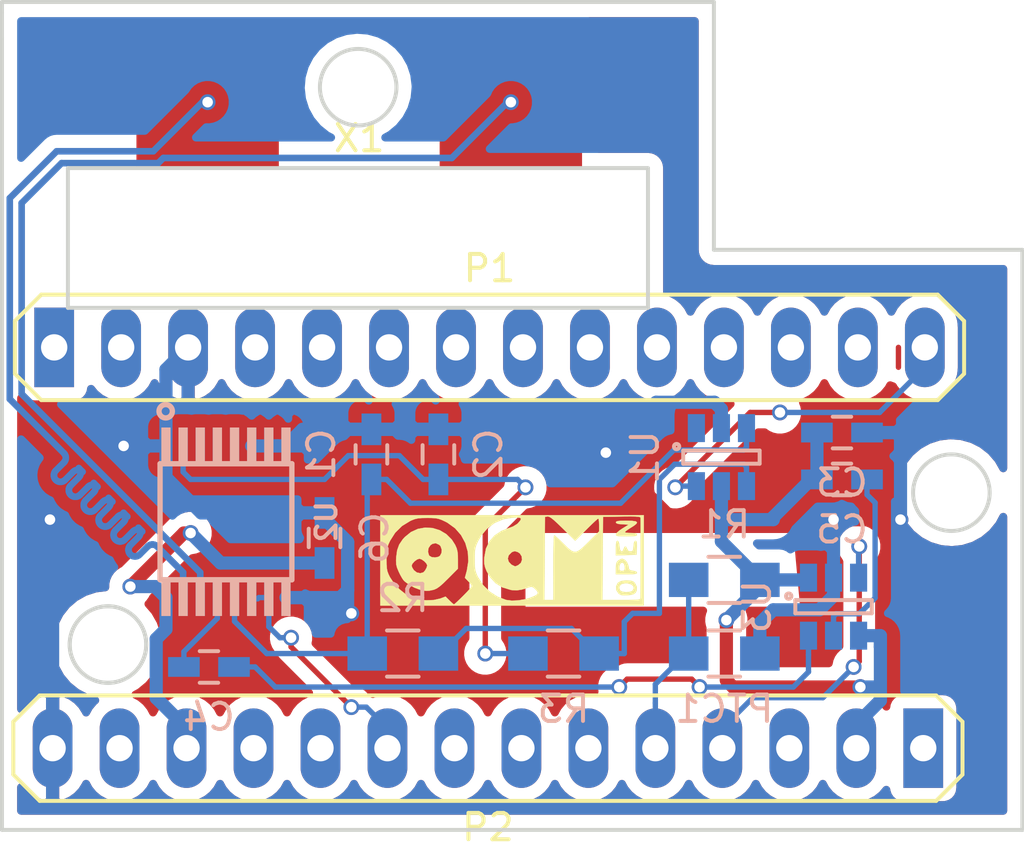
<source format=kicad_pcb>
(kicad_pcb (version 4) (host pcbnew 4.0.2-4+6225~38~ubuntu14.04.1-stable)

  (general
    (links 40)
    (no_connects 1)
    (area 132.724999 83.924999 171.575001 115.475001)
    (thickness 1.6)
    (drawings 20)
    (tracks 399)
    (zones 0)
    (modules 17)
    (nets 39)
  )

  (page A4)
  (title_block
    (title "OpenQCM Diss")
    (date 2016-03-14)
    (rev 2.1)
    (company UNER)
  )

  (layers
    (0 F.Cu signal)
    (31 B.Cu signal hide)
    (32 B.Adhes user)
    (33 F.Adhes user)
    (34 B.Paste user)
    (35 F.Paste user)
    (36 B.SilkS user)
    (37 F.SilkS user)
    (38 B.Mask user)
    (39 F.Mask user)
    (40 Dwgs.User user)
    (41 Cmts.User user hide)
    (42 Eco1.User user hide)
    (43 Eco2.User user hide)
    (44 Edge.Cuts user)
    (45 Margin user hide)
    (46 B.CrtYd user hide)
    (47 F.CrtYd user hide)
    (48 B.Fab user hide)
    (49 F.Fab user hide)
  )

  (setup
    (last_trace_width 0.2032)
    (trace_clearance 0.2)
    (zone_clearance 0.5)
    (zone_45_only yes)
    (trace_min 0.2032)
    (segment_width 0.15)
    (edge_width 0.15)
    (via_size 0.6)
    (via_drill 0.4)
    (via_min_size 0.4)
    (via_min_drill 0.3)
    (uvia_size 0.3)
    (uvia_drill 0.1)
    (uvias_allowed no)
    (uvia_min_size 0.2)
    (uvia_min_drill 0.1)
    (pcb_text_width 0.3)
    (pcb_text_size 1.5 1.5)
    (mod_edge_width 0.15)
    (mod_text_size 1 1)
    (mod_text_width 0.15)
    (pad_size 1.524 1.524)
    (pad_drill 0.762)
    (pad_to_mask_clearance 0.2)
    (aux_axis_origin 0 0)
    (visible_elements 7FFECF7F)
    (pcbplotparams
      (layerselection 0x01030_80000001)
      (usegerberextensions false)
      (excludeedgelayer true)
      (linewidth 0.100000)
      (plotframeref false)
      (viasonmask false)
      (mode 1)
      (useauxorigin false)
      (hpglpennumber 1)
      (hpglpenspeed 20)
      (hpglpendiameter 15)
      (hpglpenoverlay 2)
      (psnegative false)
      (psa4output false)
      (plotreference true)
      (plotvalue true)
      (plotinvisibletext false)
      (padsonsilk false)
      (subtractmaskfromsilk false)
      (outputformat 1)
      (mirror false)
      (drillshape 0)
      (scaleselection 1)
      (outputdirectory ""))
  )

  (net 0 "")
  (net 1 GND)
  (net 2 +3V3)
  (net 3 +5V)
  (net 4 /Arduino/FREQUENCY_IN)
  (net 5 /Arduino/PTC)
  (net 6 /Arduino/DIG_CONTROL)
  (net 7 /Arduino/ENVELOPE_IN)
  (net 8 /SWITCH_ENVELOPE/xtal_N)
  (net 9 /SWITCH_ENVELOPE/xtal_P)
  (net 10 /OSC_DRIVER/Switch_IN+)
  (net 11 /OSC_DRIVER/Switch_IN-)
  (net 12 "Net-(C4-Pad1)")
  (net 13 "Net-(C4-Pad2)")
  (net 14 "Net-(C5-Pad2)")
  (net 15 "Net-(P1-Pad5)")
  (net 16 "Net-(P1-Pad6)")
  (net 17 "Net-(P1-Pad7)")
  (net 18 "Net-(P1-Pad8)")
  (net 19 "Net-(P1-Pad9)")
  (net 20 "Net-(P1-Pad10)")
  (net 21 "Net-(P1-Pad11)")
  (net 22 "Net-(P1-Pad12)")
  (net 23 "Net-(P1-Pad13)")
  (net 24 "Net-(P1-Pad4)")
  (net 25 "Net-(P1-Pad2)")
  (net 26 "Net-(P1-Pad1)")
  (net 27 "Net-(P2-Pad6)")
  (net 28 "Net-(P2-Pad7)")
  (net 29 "Net-(P2-Pad8)")
  (net 30 "Net-(P2-Pad10)")
  (net 31 "Net-(P2-Pad11)")
  (net 32 "Net-(P2-Pad13)")
  (net 33 "Net-(P2-Pad1)")
  (net 34 "Net-(R2-Pad1)")
  (net 35 "Net-(U1-Pad1)")
  (net 36 "Net-(U2-Pad3)")
  (net 37 "Net-(U2-Pad4)")
  (net 38 "Net-(U2-Pad5)")

  (net_class Default "This is the default net class."
    (clearance 0.2)
    (trace_width 0.2032)
    (via_dia 0.6)
    (via_drill 0.4)
    (uvia_dia 0.3)
    (uvia_drill 0.1)
    (add_net /Arduino/DIG_CONTROL)
    (add_net /Arduino/ENVELOPE_IN)
    (add_net /Arduino/FREQUENCY_IN)
    (add_net /Arduino/PTC)
    (add_net /OSC_DRIVER/Switch_IN+)
    (add_net /OSC_DRIVER/Switch_IN-)
    (add_net /SWITCH_ENVELOPE/xtal_N)
    (add_net /SWITCH_ENVELOPE/xtal_P)
    (add_net "Net-(C4-Pad1)")
    (add_net "Net-(C4-Pad2)")
    (add_net "Net-(C5-Pad2)")
    (add_net "Net-(P1-Pad1)")
    (add_net "Net-(P1-Pad10)")
    (add_net "Net-(P1-Pad11)")
    (add_net "Net-(P1-Pad12)")
    (add_net "Net-(P1-Pad13)")
    (add_net "Net-(P1-Pad2)")
    (add_net "Net-(P1-Pad4)")
    (add_net "Net-(P1-Pad5)")
    (add_net "Net-(P1-Pad6)")
    (add_net "Net-(P1-Pad7)")
    (add_net "Net-(P1-Pad8)")
    (add_net "Net-(P1-Pad9)")
    (add_net "Net-(P2-Pad1)")
    (add_net "Net-(P2-Pad10)")
    (add_net "Net-(P2-Pad11)")
    (add_net "Net-(P2-Pad13)")
    (add_net "Net-(P2-Pad6)")
    (add_net "Net-(P2-Pad7)")
    (add_net "Net-(P2-Pad8)")
    (add_net "Net-(R2-Pad1)")
    (add_net "Net-(U1-Pad1)")
    (add_net "Net-(U2-Pad3)")
    (add_net "Net-(U2-Pad4)")
    (add_net "Net-(U2-Pad5)")
  )

  (net_class PW ""
    (clearance 0.2)
    (trace_width 0.5)
    (via_dia 0.6)
    (via_drill 0.4)
    (uvia_dia 0.3)
    (uvia_drill 0.1)
    (add_net +3V3)
    (add_net +5V)
    (add_net GND)
  )

  (module OpenQCM:XTAL_con locked (layer F.Cu) (tedit 5671B757) (tstamp 5671B1CB)
    (at 146.35 88.17)
    (path /56E762D5/56E7657A)
    (fp_text reference X1 (at 0 1) (layer F.SilkS)
      (effects (font (size 1 1) (thickness 0.15)))
    )
    (fp_text value XTAL (at 0 -2) (layer F.Fab)
      (effects (font (size 1 1) (thickness 0.15)))
    )
    (pad 1 smd rect (at -5.75 -0.37) (size 5.4 5) (layers F.Cu F.Paste F.Mask)
      (net 9 /SWITCH_ENVELOPE/xtal_P))
    (pad 2 smd rect (at 5.75 -0.37) (size 5.4 5) (layers F.Cu F.Paste F.Mask)
      (net 8 /SWITCH_ENVELOPE/xtal_N))
    (model G:/GitRepositories/KiCad/OPENQCM/OpenQCM.3dshapes/contact.wrl
      (at (xyz 0.335 0.15 -0.04))
      (scale (xyz 0.4 0.4 0.4))
      (rotate (xyz -90 0 90))
    )
  )

  (module OpenQCM:PINHEAD1-14 locked (layer F.Cu) (tedit 5671A72C) (tstamp 5671B191)
    (at 151.29 97.1)
    (path /56E73C9A/56E74544)
    (attr virtual)
    (fp_text reference P1 (at 0 -3) (layer F.SilkS)
      (effects (font (size 1 1) (thickness 0.15)))
    )
    (fp_text value CONN_01X14 (at 0 3.81) (layer F.Fab)
      (effects (font (size 1 1) (thickness 0.15)))
    )
    (fp_line (start -18 1) (end -17 2) (layer F.SilkS) (width 0.15))
    (fp_line (start -18 -1) (end -18 1) (layer F.SilkS) (width 0.15))
    (fp_line (start -17 -2) (end -18 -1) (layer F.SilkS) (width 0.15))
    (fp_line (start 17 -2) (end -17 -2) (layer F.SilkS) (width 0.15))
    (fp_line (start 18 -1) (end 17 -2) (layer F.SilkS) (width 0.15))
    (fp_line (start 18 1) (end 18 -1) (layer F.SilkS) (width 0.15))
    (fp_line (start 17 2) (end 18 1) (layer F.SilkS) (width 0.15))
    (fp_line (start -17 2) (end 17 2) (layer F.SilkS) (width 0.15))
    (pad 5 thru_hole oval (at -6.35 0) (size 1.50622 3.01498) (drill 0.99822) (layers *.Cu *.Mask)
      (net 15 "Net-(P1-Pad5)"))
    (pad 6 thru_hole oval (at -3.81 0) (size 1.50622 3.01498) (drill 0.99822) (layers *.Cu *.Mask)
      (net 16 "Net-(P1-Pad6)"))
    (pad 7 thru_hole oval (at -1.27 0) (size 1.50622 3.01498) (drill 0.99822) (layers *.Cu *.Mask)
      (net 17 "Net-(P1-Pad7)"))
    (pad 8 thru_hole oval (at 1.27 0) (size 1.50622 3.01498) (drill 0.99822) (layers *.Cu *.Mask)
      (net 18 "Net-(P1-Pad8)"))
    (pad 9 thru_hole oval (at 3.81 0) (size 1.50622 3.01498) (drill 0.99822) (layers *.Cu *.Mask)
      (net 19 "Net-(P1-Pad9)"))
    (pad 10 thru_hole oval (at 6.35 0) (size 1.50622 3.01498) (drill 0.99822) (layers *.Cu *.Mask)
      (net 20 "Net-(P1-Pad10)"))
    (pad 11 thru_hole oval (at 8.89 0) (size 1.50622 3.01498) (drill 0.99822) (layers *.Cu *.Mask)
      (net 21 "Net-(P1-Pad11)"))
    (pad 12 thru_hole oval (at 11.43 0) (size 1.50622 3.01498) (drill 0.99822) (layers *.Cu *.Mask)
      (net 22 "Net-(P1-Pad12)"))
    (pad 13 thru_hole oval (at 13.97 0) (size 1.50622 3.01498) (drill 0.99822) (layers *.Cu *.Mask)
      (net 23 "Net-(P1-Pad13)"))
    (pad 4 thru_hole oval (at -8.89 0) (size 1.50622 3.01498) (drill 0.99822) (layers *.Cu *.Mask)
      (net 24 "Net-(P1-Pad4)"))
    (pad 3 thru_hole oval (at -11.43 0) (size 1.50622 3.01498) (drill 0.99822) (layers *.Cu *.Mask)
      (net 1 GND))
    (pad 2 thru_hole oval (at -13.97 0) (size 1.50622 3.01498) (drill 0.99822) (layers *.Cu *.Mask)
      (net 25 "Net-(P1-Pad2)"))
    (pad 14 thru_hole oval (at 16.51 0) (size 1.50622 3.01498) (drill 0.99822) (layers *.Cu *.Mask)
      (net 4 /Arduino/FREQUENCY_IN))
    (pad 1 thru_hole rect (at -16.51 0) (size 1.50622 3.01498) (drill 0.99822) (layers *.Cu *.Mask)
      (net 26 "Net-(P1-Pad1)"))
    (model G:/GitRepositories/KiCad/OPENQCM/OpenQCM.3dshapes/Pin_Header_Straight_1x14.wrl
      (at (xyz 0 0 -0.075))
      (scale (xyz 1 1 1))
      (rotate (xyz 180 0 0))
    )
  )

  (module OpenQCM:PINHEAD1-14 locked (layer F.Cu) (tedit 5671A72C) (tstamp 5671B1A3)
    (at 151.23 112.3 180)
    (path /56E73C9A/56E7454B)
    (attr virtual)
    (fp_text reference P2 (at 0 -3 180) (layer F.SilkS)
      (effects (font (size 1 1) (thickness 0.15)))
    )
    (fp_text value CONN_01X14 (at 0 3.81 180) (layer F.Fab)
      (effects (font (size 1 1) (thickness 0.15)))
    )
    (fp_line (start -18 1) (end -17 2) (layer F.SilkS) (width 0.15))
    (fp_line (start -18 -1) (end -18 1) (layer F.SilkS) (width 0.15))
    (fp_line (start -17 -2) (end -18 -1) (layer F.SilkS) (width 0.15))
    (fp_line (start 17 -2) (end -17 -2) (layer F.SilkS) (width 0.15))
    (fp_line (start 18 -1) (end 17 -2) (layer F.SilkS) (width 0.15))
    (fp_line (start 18 1) (end 18 -1) (layer F.SilkS) (width 0.15))
    (fp_line (start 17 2) (end 18 1) (layer F.SilkS) (width 0.15))
    (fp_line (start -17 2) (end 17 2) (layer F.SilkS) (width 0.15))
    (pad 5 thru_hole oval (at -6.35 0 180) (size 1.50622 3.01498) (drill 0.99822) (layers *.Cu *.Mask)
      (net 5 /Arduino/PTC))
    (pad 6 thru_hole oval (at -3.81 0 180) (size 1.50622 3.01498) (drill 0.99822) (layers *.Cu *.Mask)
      (net 27 "Net-(P2-Pad6)"))
    (pad 7 thru_hole oval (at -1.27 0 180) (size 1.50622 3.01498) (drill 0.99822) (layers *.Cu *.Mask)
      (net 28 "Net-(P2-Pad7)"))
    (pad 8 thru_hole oval (at 1.27 0 180) (size 1.50622 3.01498) (drill 0.99822) (layers *.Cu *.Mask)
      (net 29 "Net-(P2-Pad8)"))
    (pad 9 thru_hole oval (at 3.81 0 180) (size 1.50622 3.01498) (drill 0.99822) (layers *.Cu *.Mask)
      (net 6 /Arduino/DIG_CONTROL))
    (pad 10 thru_hole oval (at 6.35 0 180) (size 1.50622 3.01498) (drill 0.99822) (layers *.Cu *.Mask)
      (net 30 "Net-(P2-Pad10)"))
    (pad 11 thru_hole oval (at 8.89 0 180) (size 1.50622 3.01498) (drill 0.99822) (layers *.Cu *.Mask)
      (net 31 "Net-(P2-Pad11)"))
    (pad 12 thru_hole oval (at 11.43 0 180) (size 1.50622 3.01498) (drill 0.99822) (layers *.Cu *.Mask)
      (net 3 +5V))
    (pad 13 thru_hole oval (at 13.97 0 180) (size 1.50622 3.01498) (drill 0.99822) (layers *.Cu *.Mask)
      (net 32 "Net-(P2-Pad13)"))
    (pad 4 thru_hole oval (at -8.89 0 180) (size 1.50622 3.01498) (drill 0.99822) (layers *.Cu *.Mask)
      (net 7 /Arduino/ENVELOPE_IN))
    (pad 3 thru_hole oval (at -11.43 0 180) (size 1.50622 3.01498) (drill 0.99822) (layers *.Cu *.Mask)
      (net 2 +3V3))
    (pad 2 thru_hole oval (at -13.97 0 180) (size 1.50622 3.01498) (drill 0.99822) (layers *.Cu *.Mask)
      (net 2 +3V3))
    (pad 14 thru_hole oval (at 16.51 0 180) (size 1.50622 3.01498) (drill 0.99822) (layers *.Cu *.Mask)
      (net 1 GND))
    (pad 1 thru_hole rect (at -16.51 0 180) (size 1.50622 3.01498) (drill 0.99822) (layers *.Cu *.Mask)
      (net 33 "Net-(P2-Pad1)"))
    (model G:/GitRepositories/KiCad/OPENQCM/OpenQCM.3dshapes/Pin_Header_Straight_1x14.wrl
      (at (xyz 0 0 -0.075))
      (scale (xyz 1 1 1))
      (rotate (xyz 180 0 0))
    )
  )

  (module OpenQCM:openQCM (layer F.Cu) (tedit 56731C84) (tstamp 56731D58)
    (at 152.146 105.156)
    (fp_text reference G*** (at 0 -3) (layer F.SilkS) hide
      (effects (font (thickness 0.3)))
    )
    (fp_text value LOGO (at 0 3) (layer F.SilkS) hide
      (effects (font (thickness 0.3)))
    )
    (fp_poly (pts (xy 4.995333 1.735667) (xy -4.995333 1.735667) (xy -4.995333 -0.022057) (xy -4.7625 -0.022057)
      (xy -4.760206 0.181135) (xy -4.750034 0.326208) (xy -4.727053 0.439658) (xy -4.686331 0.547981)
      (xy -4.637602 0.648875) (xy -4.479943 0.891424) (xy -4.268533 1.119458) (xy -4.027743 1.310429)
      (xy -3.781941 1.441789) (xy -3.779714 1.442658) (xy -3.528966 1.510018) (xy -3.247042 1.537663)
      (xy -2.968043 1.524866) (xy -2.72607 1.470896) (xy -2.711227 1.465492) (xy -2.522621 1.394624)
      (xy -2.373266 1.543978) (xy -2.283555 1.629857) (xy -2.219773 1.683856) (xy -2.202976 1.693333)
      (xy -2.166329 1.665307) (xy -2.083118 1.589363) (xy -1.966394 1.4777) (xy -1.85302 1.366243)
      (xy -1.719724 1.230166) (xy -1.612357 1.113778) (xy -1.543317 1.03096) (xy -1.524 0.997842)
      (xy -1.551236 0.944725) (xy -1.619881 0.85922) (xy -1.656488 0.819838) (xy -1.788975 0.683145)
      (xy -1.714175 0.406811) (xy -1.657027 0.046168) (xy -1.661122 -0.022057) (xy -1.418167 -0.022057)
      (xy -1.415748 0.182321) (xy -1.405212 0.329006) (xy -1.381639 0.44491) (xy -1.340106 0.556946)
      (xy -1.294587 0.65386) (xy -1.101329 0.954719) (xy -0.846093 1.208414) (xy -0.543686 1.402942)
      (xy -0.222423 1.522964) (xy -0.010914 1.549088) (xy 0.241328 1.53896) (xy 0.330807 1.524)
      (xy 1.226636 1.524) (xy 1.566333 1.524) (xy 3.427969 1.524) (xy 4.148151 1.524)
      (xy 4.411631 1.523337) (xy 4.602141 1.520548) (xy 4.731375 1.514433) (xy 4.811026 1.503791)
      (xy 4.852785 1.487423) (xy 4.868346 1.464129) (xy 4.869947 1.449917) (xy 4.870615 1.37915)
      (xy 4.871223 1.238488) (xy 4.871767 1.039752) (xy 4.872239 0.794765) (xy 4.872634 0.515349)
      (xy 4.872944 0.213326) (xy 4.873164 -0.099482) (xy 4.873288 -0.411252) (xy 4.873308 -0.710164)
      (xy 4.873218 -0.984393) (xy 4.873013 -1.222119) (xy 4.872685 -1.411519) (xy 4.872228 -1.540772)
      (xy 4.871637 -1.598054) (xy 4.871588 -1.599107) (xy 4.851688 -1.61954) (xy 4.788437 -1.633542)
      (xy 4.67219 -1.641687) (xy 4.493305 -1.644547) (xy 4.242139 -1.642697) (xy 4.15925 -1.64144)
      (xy 3.450167 -1.629833) (xy 3.439068 -0.052917) (xy 3.427969 1.524) (xy 1.566333 1.524)
      (xy 1.567697 1.344083) (xy 1.56797 1.251743) (xy 1.568008 1.088886) (xy 1.567826 0.869665)
      (xy 1.567438 0.60823) (xy 1.56686 0.318732) (xy 1.566375 0.116417) (xy 1.566955 -0.171351)
      (xy 1.569999 -0.428912) (xy 1.575165 -0.644877) (xy 1.582112 -0.807853) (xy 1.590497 -0.906449)
      (xy 1.597821 -0.931333) (xy 1.639974 -0.903037) (xy 1.727199 -0.826541) (xy 1.845635 -0.714436)
      (xy 1.947333 -0.613833) (xy 2.108993 -0.455354) (xy 2.236564 -0.350817) (xy 2.345404 -0.30139)
      (xy 2.450876 -0.308242) (xy 2.568337 -0.372544) (xy 2.713149 -0.495464) (xy 2.900673 -0.678172)
      (xy 2.909621 -0.687081) (xy 3.302 -1.077828) (xy 3.302 -1.322081) (xy 3.296885 -1.453119)
      (xy 3.283637 -1.541772) (xy 3.269456 -1.566333) (xy 3.229412 -1.537891) (xy 3.141763 -1.459787)
      (xy 3.018135 -1.342854) (xy 2.870156 -1.197927) (xy 2.815878 -1.143715) (xy 2.394845 -0.721096)
      (xy 1.920193 -1.189399) (xy 1.72805 -1.375879) (xy 1.584186 -1.507362) (xy 1.479472 -1.591088)
      (xy 1.404781 -1.634292) (xy 1.350987 -1.644213) (xy 1.347187 -1.643768) (xy 1.248833 -1.629833)
      (xy 1.237735 -0.052917) (xy 1.226636 1.524) (xy 0.330807 1.524) (xy 0.500082 1.495699)
      (xy 0.686854 1.440055) (xy 0.857478 1.3699) (xy 0.952627 1.309997) (xy 0.978907 1.249845)
      (xy 0.942927 1.178938) (xy 0.887783 1.120667) (xy 0.801805 1.045322) (xy 0.734848 1.021782)
      (xy 0.646981 1.041086) (xy 0.602807 1.0567) (xy 0.369349 1.129342) (xy 0.176029 1.158736)
      (xy -0.007357 1.148754) (xy -0.053557 1.140871) (xy -0.368177 1.045103) (xy -0.626907 0.886297)
      (xy -0.833395 0.661616) (xy -0.963276 0.432858) (xy -1.020829 0.292001) (xy -1.049473 0.167702)
      (xy -1.055176 0.022481) (xy -1.051945 -0.045622) (xy -0.161652 -0.045622) (xy -0.125302 0.078529)
      (xy -0.023146 0.185507) (xy 0.114425 0.251316) (xy 0.154429 0.237857) (xy 0.231856 0.204409)
      (xy 0.33438 0.118406) (xy 0.378474 -0.001954) (xy 0.365143 -0.130733) (xy 0.295394 -0.241991)
      (xy 0.212455 -0.296007) (xy 0.108264 -0.326355) (xy 0.024653 -0.306415) (xy -0.020245 -0.279664)
      (xy -0.128023 -0.170501) (xy -0.161652 -0.045622) (xy -1.051945 -0.045622) (xy -1.049076 -0.106079)
      (xy -0.990464 -0.423494) (xy -0.86054 -0.697213) (xy -0.663157 -0.922507) (xy -0.402169 -1.094646)
      (xy -0.169539 -1.185272) (xy 0.038861 -1.264532) (xy 0.192159 -1.358485) (xy 0.224154 -1.387941)
      (xy 0.31321 -1.491954) (xy 0.338734 -1.559171) (xy 0.295522 -1.595258) (xy 0.178369 -1.605883)
      (xy 0.029434 -1.599956) (xy -0.332107 -1.536837) (xy -0.657188 -1.399098) (xy -0.93866 -1.191509)
      (xy -1.169376 -0.91884) (xy -1.280586 -0.725746) (xy -1.344674 -0.588925) (xy -1.38507 -0.475836)
      (xy -1.407179 -0.358832) (xy -1.416407 -0.210268) (xy -1.418167 -0.022057) (xy -1.661122 -0.022057)
      (xy -1.678137 -0.305468) (xy -1.77274 -0.637276) (xy -1.936073 -0.938438) (xy -2.163372 -1.198135)
      (xy -2.449873 -1.405546) (xy -2.531003 -1.448361) (xy -2.673698 -1.514931) (xy -2.79108 -1.556116)
      (xy -2.912733 -1.57792) (xy -3.068247 -1.586346) (xy -3.216691 -1.5875) (xy -3.422138 -1.584155)
      (xy -3.571797 -1.570767) (xy -3.6944 -1.542302) (xy -3.818679 -1.493729) (xy -3.859748 -1.474876)
      (xy -4.173797 -1.282313) (xy -4.432657 -1.027412) (xy -4.62492 -0.725746) (xy -4.689007 -0.588925)
      (xy -4.729403 -0.475836) (xy -4.751512 -0.358832) (xy -4.76074 -0.210268) (xy -4.7625 -0.022057)
      (xy -4.995333 -0.022057) (xy -4.995333 -1.693333) (xy 4.995333 -1.693333) (xy 4.995333 1.735667)) (layer F.SilkS) (width 0.01))
    (fp_poly (pts (xy -3.011863 -1.203615) (xy -2.741477 -1.120419) (xy -2.495035 -0.973721) (xy -2.285686 -0.765545)
      (xy -2.158874 -0.566283) (xy -2.102211 -0.438082) (xy -2.069831 -0.310367) (xy -2.055701 -0.151397)
      (xy -2.05344 -0.011578) (xy -2.053167 0.336678) (xy -2.429853 0.715225) (xy -2.605123 0.886594)
      (xy -2.739386 1.004865) (xy -2.847028 1.08097) (xy -2.94244 1.125841) (xy -2.988349 1.139553)
      (xy -3.139471 1.172112) (xy -3.260623 1.178703) (xy -3.392347 1.158382) (xy -3.513667 1.127335)
      (xy -3.705992 1.05431) (xy -3.901392 0.947268) (xy -4.064319 0.826928) (xy -4.114939 0.776926)
      (xy -4.170796 0.695792) (xy -4.242279 0.5675) (xy -4.30012 0.449215) (xy -4.362121 0.299653)
      (xy -4.380323 0.2252) (xy -3.81 0.2252) (xy -3.785372 0.297889) (xy -3.725754 0.39197)
      (xy -3.722261 0.396457) (xy -3.61281 0.481252) (xy -3.480867 0.510041) (xy -3.361254 0.475602)
      (xy -3.299522 0.40606) (xy -3.242966 0.30326) (xy -3.217355 0.214305) (xy -3.217333 0.212525)
      (xy -3.250767 0.138557) (xy -3.331274 0.054403) (xy -3.429166 -0.014403) (xy -3.513667 -0.042333)
      (xy -3.604816 -0.011821) (xy -3.704246 0.061906) (xy -3.782366 0.152134) (xy -3.81 0.2252)
      (xy -4.380323 0.2252) (xy -4.393069 0.173067) (xy -4.399703 0.02985) (xy -4.393591 -0.09997)
      (xy -4.365105 -0.310175) (xy -3.189314 -0.310175) (xy -3.155101 -0.180376) (xy -3.134539 -0.150423)
      (xy -3.045905 -0.100188) (xy -2.920528 -0.087242) (xy -2.797644 -0.111511) (xy -2.733524 -0.151191)
      (xy -2.676095 -0.25971) (xy -2.669447 -0.393352) (xy -2.711142 -0.515139) (xy -2.761086 -0.5691)
      (xy -2.891895 -0.628862) (xy -3.013937 -0.608697) (xy -3.092699 -0.55693) (xy -3.167187 -0.448578)
      (xy -3.189314 -0.310175) (xy -4.365105 -0.310175) (xy -4.358 -0.362602) (xy -4.281111 -0.576117)
      (xy -4.149863 -0.771219) (xy -4.069919 -0.860837) (xy -3.835222 -1.051918) (xy -3.571882 -1.171391)
      (xy -3.293047 -1.221281) (xy -3.011863 -1.203615)) (layer F.SilkS) (width 0.01))
    (fp_poly (pts (xy 4.493287 0.789801) (xy 4.584481 0.815944) (xy 4.650247 0.870953) (xy 4.660407 0.883106)
      (xy 4.732015 1.026376) (xy 4.724145 1.171102) (xy 4.683522 1.248213) (xy 4.61394 1.301304)
      (xy 4.489284 1.333133) (xy 4.376605 1.344628) (xy 4.225453 1.349788) (xy 4.128675 1.334966)
      (xy 4.057115 1.294014) (xy 4.03225 1.272009) (xy 3.953792 1.148584) (xy 3.9477 1.058333)
      (xy 4.064 1.058333) (xy 4.092243 1.147222) (xy 4.1148 1.176867) (xy 4.195395 1.21215)
      (xy 4.319719 1.225989) (xy 4.449595 1.218386) (xy 4.546845 1.18934) (xy 4.563533 1.176867)
      (xy 4.616985 1.082752) (xy 4.596202 0.996199) (xy 4.511518 0.928852) (xy 4.373267 0.892357)
      (xy 4.308083 0.889) (xy 4.162988 0.914351) (xy 4.080407 0.986735) (xy 4.064 1.058333)
      (xy 3.9477 1.058333) (xy 3.944462 1.010372) (xy 4.004686 0.885582) (xy 4.026111 0.863811)
      (xy 4.121152 0.809204) (xy 4.263143 0.785423) (xy 4.347351 0.783167) (xy 4.493287 0.789801)) (layer F.SilkS) (width 0.01))
    (fp_poly (pts (xy 4.270819 -0.004889) (xy 4.357014 0.08958) (xy 4.411144 0.214278) (xy 4.417885 0.254)
      (xy 4.436237 0.353351) (xy 4.482354 0.398093) (xy 4.584408 0.415067) (xy 4.587181 0.415305)
      (xy 4.702057 0.440908) (xy 4.741333 0.489389) (xy 4.724978 0.518673) (xy 4.666828 0.537208)
      (xy 4.553258 0.54706) (xy 4.370641 0.550291) (xy 4.339167 0.550333) (xy 3.937 0.550333)
      (xy 3.937 0.3199) (xy 3.937675 0.3048) (xy 4.064 0.3048) (xy 4.077413 0.391599)
      (xy 4.13289 0.421539) (xy 4.169833 0.423333) (xy 4.242209 0.411785) (xy 4.271225 0.360394)
      (xy 4.275667 0.279696) (xy 4.255113 0.165653) (xy 4.202829 0.108664) (xy 4.132877 0.1208)
      (xy 4.111492 0.138775) (xy 4.076064 0.214006) (xy 4.064 0.3048) (xy 3.937675 0.3048)
      (xy 3.943443 0.175839) (xy 3.968542 0.088598) (xy 4.020949 0.030923) (xy 4.031086 0.023567)
      (xy 4.118791 -0.026003) (xy 4.174563 -0.042333) (xy 4.270819 -0.004889)) (layer F.SilkS) (width 0.01))
    (fp_poly (pts (xy 4.717031 -0.703047) (xy 4.733698 -0.642063) (xy 4.735363 -0.520027) (xy 4.73277 -0.455083)
      (xy 4.720167 -0.1905) (xy 4.328583 -0.178328) (xy 3.937 -0.166156) (xy 3.937 -0.442912)
      (xy 3.941513 -0.599245) (xy 3.95724 -0.686124) (xy 3.987461 -0.718392) (xy 3.99818 -0.719667)
      (xy 4.041354 -0.687339) (xy 4.066399 -0.584289) (xy 4.072264 -0.518583) (xy 4.0949 -0.391022)
      (xy 4.135331 -0.321376) (xy 4.181989 -0.317156) (xy 4.223305 -0.385873) (xy 4.231425 -0.415249)
      (xy 4.270928 -0.498174) (xy 4.319702 -0.500751) (xy 4.360323 -0.42298) (xy 4.362242 -0.415249)
      (xy 4.410772 -0.335813) (xy 4.489242 -0.3175) (xy 4.552875 -0.326195) (xy 4.586171 -0.366937)
      (xy 4.601903 -0.461712) (xy 4.606069 -0.518583) (xy 4.62376 -0.651589) (xy 4.657611 -0.712533)
      (xy 4.682173 -0.719667) (xy 4.717031 -0.703047)) (layer F.SilkS) (width 0.01))
    (fp_poly (pts (xy 4.554025 -1.476223) (xy 4.687004 -1.457601) (xy 4.740327 -1.422366) (xy 4.71622 -1.367081)
      (xy 4.616906 -1.288312) (xy 4.5085 -1.22015) (xy 4.388458 -1.143674) (xy 4.304388 -1.081184)
      (xy 4.275667 -1.048443) (xy 4.313955 -1.030674) (xy 4.412719 -1.01889) (xy 4.5085 -1.016)
      (xy 4.648912 -1.010299) (xy 4.721202 -0.990295) (xy 4.741333 -0.9525) (xy 4.72694 -0.92223)
      (xy 4.674298 -0.903074) (xy 4.569214 -0.892791) (xy 4.397495 -0.88914) (xy 4.339167 -0.889)
      (xy 4.151036 -0.890657) (xy 4.032248 -0.897509) (xy 3.96751 -0.912384) (xy 3.941532 -0.938105)
      (xy 3.9382 -0.963083) (xy 3.974757 -1.026425) (xy 4.072889 -1.112209) (xy 4.181617 -1.185333)
      (xy 4.423833 -1.3335) (xy 4.180417 -1.346196) (xy 4.032148 -1.360524) (xy 3.955447 -1.38645)
      (xy 3.937 -1.420279) (xy 3.952987 -1.449731) (xy 4.010106 -1.468373) (xy 4.122096 -1.4783)
      (xy 4.302695 -1.481611) (xy 4.339167 -1.481667) (xy 4.554025 -1.476223)) (layer F.SilkS) (width 0.01))
  )

  (module OpenQCM:C_0603_HandSoldering (layer B.Cu) (tedit 541A9B4D) (tstamp 57066D05)
    (at 146.812 101.158 270)
    (descr "Capacitor SMD 0603, hand soldering")
    (tags "capacitor 0603")
    (path /56E7536D/56E75867)
    (attr smd)
    (fp_text reference C1 (at 0 1.9 270) (layer B.SilkS)
      (effects (font (size 1 1) (thickness 0.15)) (justify mirror))
    )
    (fp_text value 33pF (at 0 -1.9 270) (layer B.Fab)
      (effects (font (size 1 1) (thickness 0.15)) (justify mirror))
    )
    (fp_line (start -1.85 0.75) (end 1.85 0.75) (layer B.CrtYd) (width 0.05))
    (fp_line (start -1.85 -0.75) (end 1.85 -0.75) (layer B.CrtYd) (width 0.05))
    (fp_line (start -1.85 0.75) (end -1.85 -0.75) (layer B.CrtYd) (width 0.05))
    (fp_line (start 1.85 0.75) (end 1.85 -0.75) (layer B.CrtYd) (width 0.05))
    (fp_line (start -0.35 0.6) (end 0.35 0.6) (layer B.SilkS) (width 0.15))
    (fp_line (start 0.35 -0.6) (end -0.35 -0.6) (layer B.SilkS) (width 0.15))
    (pad 1 smd rect (at -0.95 0 270) (size 1.2 0.75) (layers B.Cu B.Paste B.Mask)
      (net 1 GND))
    (pad 2 smd rect (at 0.95 0 270) (size 1.2 0.75) (layers B.Cu B.Paste B.Mask)
      (net 10 /OSC_DRIVER/Switch_IN+))
    (model Capacitors_SMD.3dshapes/C_0603_HandSoldering.wrl
      (at (xyz 0 0 0))
      (scale (xyz 1 1 1))
      (rotate (xyz 0 0 0))
    )
  )

  (module OpenQCM:C_0603_HandSoldering (layer B.Cu) (tedit 541A9B4D) (tstamp 57066D11)
    (at 149.352 101.158 90)
    (descr "Capacitor SMD 0603, hand soldering")
    (tags "capacitor 0603")
    (path /56E7536D/56E7586F)
    (attr smd)
    (fp_text reference C2 (at 0 1.9 90) (layer B.SilkS)
      (effects (font (size 1 1) (thickness 0.15)) (justify mirror))
    )
    (fp_text value 33pF (at 0 -1.9 90) (layer B.Fab)
      (effects (font (size 1 1) (thickness 0.15)) (justify mirror))
    )
    (fp_line (start -1.85 0.75) (end 1.85 0.75) (layer B.CrtYd) (width 0.05))
    (fp_line (start -1.85 -0.75) (end 1.85 -0.75) (layer B.CrtYd) (width 0.05))
    (fp_line (start -1.85 0.75) (end -1.85 -0.75) (layer B.CrtYd) (width 0.05))
    (fp_line (start 1.85 0.75) (end 1.85 -0.75) (layer B.CrtYd) (width 0.05))
    (fp_line (start -0.35 0.6) (end 0.35 0.6) (layer B.SilkS) (width 0.15))
    (fp_line (start 0.35 -0.6) (end -0.35 -0.6) (layer B.SilkS) (width 0.15))
    (pad 1 smd rect (at -0.95 0 90) (size 1.2 0.75) (layers B.Cu B.Paste B.Mask)
      (net 11 /OSC_DRIVER/Switch_IN-))
    (pad 2 smd rect (at 0.95 0 90) (size 1.2 0.75) (layers B.Cu B.Paste B.Mask)
      (net 1 GND))
    (model Capacitors_SMD.3dshapes/C_0603_HandSoldering.wrl
      (at (xyz 0 0 0))
      (scale (xyz 1 1 1))
      (rotate (xyz 0 0 0))
    )
  )

  (module OpenQCM:C_0603_HandSoldering (layer B.Cu) (tedit 541A9B4D) (tstamp 57066D1D)
    (at 164.658 100.33)
    (descr "Capacitor SMD 0603, hand soldering")
    (tags "capacitor 0603")
    (path /56E7536D/56E75848)
    (attr smd)
    (fp_text reference C3 (at 0 1.9) (layer B.SilkS)
      (effects (font (size 1 1) (thickness 0.15)) (justify mirror))
    )
    (fp_text value 100nF (at 0 -1.9) (layer B.Fab)
      (effects (font (size 1 1) (thickness 0.15)) (justify mirror))
    )
    (fp_line (start -1.85 0.75) (end 1.85 0.75) (layer B.CrtYd) (width 0.05))
    (fp_line (start -1.85 -0.75) (end 1.85 -0.75) (layer B.CrtYd) (width 0.05))
    (fp_line (start -1.85 0.75) (end -1.85 -0.75) (layer B.CrtYd) (width 0.05))
    (fp_line (start 1.85 0.75) (end 1.85 -0.75) (layer B.CrtYd) (width 0.05))
    (fp_line (start -0.35 0.6) (end 0.35 0.6) (layer B.SilkS) (width 0.15))
    (fp_line (start 0.35 -0.6) (end -0.35 -0.6) (layer B.SilkS) (width 0.15))
    (pad 1 smd rect (at -0.95 0) (size 1.2 0.75) (layers B.Cu B.Paste B.Mask)
      (net 2 +3V3))
    (pad 2 smd rect (at 0.95 0) (size 1.2 0.75) (layers B.Cu B.Paste B.Mask)
      (net 1 GND))
    (model Capacitors_SMD.3dshapes/C_0603_HandSoldering.wrl
      (at (xyz 0 0 0))
      (scale (xyz 1 1 1))
      (rotate (xyz 0 0 0))
    )
  )

  (module OpenQCM:C_0603_HandSoldering (layer B.Cu) (tedit 541A9B4D) (tstamp 57066D29)
    (at 140.65 109.22)
    (descr "Capacitor SMD 0603, hand soldering")
    (tags "capacitor 0603")
    (path /56E762D5/56E765EB)
    (attr smd)
    (fp_text reference C4 (at 0 1.9) (layer B.SilkS)
      (effects (font (size 1 1) (thickness 0.15)) (justify mirror))
    )
    (fp_text value pF (at 0 -1.9) (layer B.Fab)
      (effects (font (size 1 1) (thickness 0.15)) (justify mirror))
    )
    (fp_line (start -1.85 0.75) (end 1.85 0.75) (layer B.CrtYd) (width 0.05))
    (fp_line (start -1.85 -0.75) (end 1.85 -0.75) (layer B.CrtYd) (width 0.05))
    (fp_line (start -1.85 0.75) (end -1.85 -0.75) (layer B.CrtYd) (width 0.05))
    (fp_line (start 1.85 0.75) (end 1.85 -0.75) (layer B.CrtYd) (width 0.05))
    (fp_line (start -0.35 0.6) (end 0.35 0.6) (layer B.SilkS) (width 0.15))
    (fp_line (start 0.35 -0.6) (end -0.35 -0.6) (layer B.SilkS) (width 0.15))
    (pad 1 smd rect (at -0.95 0) (size 1.2 0.75) (layers B.Cu B.Paste B.Mask)
      (net 12 "Net-(C4-Pad1)"))
    (pad 2 smd rect (at 0.95 0) (size 1.2 0.75) (layers B.Cu B.Paste B.Mask)
      (net 13 "Net-(C4-Pad2)"))
    (model Capacitors_SMD.3dshapes/C_0603_HandSoldering.wrl
      (at (xyz 0 0 0))
      (scale (xyz 1 1 1))
      (rotate (xyz 0 0 0))
    )
  )

  (module OpenQCM:C_0603_HandSoldering (layer B.Cu) (tedit 541A9B4D) (tstamp 57066D35)
    (at 164.658 102.108)
    (descr "Capacitor SMD 0603, hand soldering")
    (tags "capacitor 0603")
    (path /56E762D5/56E765F3)
    (attr smd)
    (fp_text reference C5 (at 0 1.9) (layer B.SilkS)
      (effects (font (size 1 1) (thickness 0.15)) (justify mirror))
    )
    (fp_text value pF (at 0 -1.9) (layer B.Fab)
      (effects (font (size 1 1) (thickness 0.15)) (justify mirror))
    )
    (fp_line (start -1.85 0.75) (end 1.85 0.75) (layer B.CrtYd) (width 0.05))
    (fp_line (start -1.85 -0.75) (end 1.85 -0.75) (layer B.CrtYd) (width 0.05))
    (fp_line (start -1.85 0.75) (end -1.85 -0.75) (layer B.CrtYd) (width 0.05))
    (fp_line (start 1.85 0.75) (end 1.85 -0.75) (layer B.CrtYd) (width 0.05))
    (fp_line (start -0.35 0.6) (end 0.35 0.6) (layer B.SilkS) (width 0.15))
    (fp_line (start 0.35 -0.6) (end -0.35 -0.6) (layer B.SilkS) (width 0.15))
    (pad 1 smd rect (at -0.95 0) (size 1.2 0.75) (layers B.Cu B.Paste B.Mask)
      (net 2 +3V3))
    (pad 2 smd rect (at 0.95 0) (size 1.2 0.75) (layers B.Cu B.Paste B.Mask)
      (net 14 "Net-(C5-Pad2)"))
    (model Capacitors_SMD.3dshapes/C_0603_HandSoldering.wrl
      (at (xyz 0 0 0))
      (scale (xyz 1 1 1))
      (rotate (xyz 0 0 0))
    )
  )

  (module OpenQCM:C_0603_HandSoldering (layer B.Cu) (tedit 541A9B4D) (tstamp 57066D41)
    (at 145.034 104.328 90)
    (descr "Capacitor SMD 0603, hand soldering")
    (tags "capacitor 0603")
    (path /56E762D5/56E7658D)
    (attr smd)
    (fp_text reference C6 (at 0 1.9 90) (layer B.SilkS)
      (effects (font (size 1 1) (thickness 0.15)) (justify mirror))
    )
    (fp_text value 100nF (at 0 -1.9 90) (layer B.Fab)
      (effects (font (size 1 1) (thickness 0.15)) (justify mirror))
    )
    (fp_line (start -1.85 0.75) (end 1.85 0.75) (layer B.CrtYd) (width 0.05))
    (fp_line (start -1.85 -0.75) (end 1.85 -0.75) (layer B.CrtYd) (width 0.05))
    (fp_line (start -1.85 0.75) (end -1.85 -0.75) (layer B.CrtYd) (width 0.05))
    (fp_line (start 1.85 0.75) (end 1.85 -0.75) (layer B.CrtYd) (width 0.05))
    (fp_line (start -0.35 0.6) (end 0.35 0.6) (layer B.SilkS) (width 0.15))
    (fp_line (start 0.35 -0.6) (end -0.35 -0.6) (layer B.SilkS) (width 0.15))
    (pad 1 smd rect (at -0.95 0 90) (size 1.2 0.75) (layers B.Cu B.Paste B.Mask)
      (net 3 +5V))
    (pad 2 smd rect (at 0.95 0 90) (size 1.2 0.75) (layers B.Cu B.Paste B.Mask)
      (net 1 GND))
    (model Capacitors_SMD.3dshapes/C_0603_HandSoldering.wrl
      (at (xyz 0 0 0))
      (scale (xyz 1 1 1))
      (rotate (xyz 0 0 0))
    )
  )

  (module OpenQCM:R_0805_HandSoldering (layer B.Cu) (tedit 54189DEE) (tstamp 57066D4D)
    (at 160.194 108.712)
    (descr "Resistor SMD 0805, hand soldering")
    (tags "resistor 0805")
    (path /56E73C9A/56E7458C)
    (attr smd)
    (fp_text reference PTC1 (at 0 2.1) (layer B.SilkS)
      (effects (font (size 1 1) (thickness 0.15)) (justify mirror))
    )
    (fp_text value PTC_HandSoldering (at 0 -2.1) (layer B.Fab)
      (effects (font (size 1 1) (thickness 0.15)) (justify mirror))
    )
    (fp_line (start -2.4 1) (end 2.4 1) (layer B.CrtYd) (width 0.05))
    (fp_line (start -2.4 -1) (end 2.4 -1) (layer B.CrtYd) (width 0.05))
    (fp_line (start -2.4 1) (end -2.4 -1) (layer B.CrtYd) (width 0.05))
    (fp_line (start 2.4 1) (end 2.4 -1) (layer B.CrtYd) (width 0.05))
    (fp_line (start 0.6 -0.875) (end -0.6 -0.875) (layer B.SilkS) (width 0.15))
    (fp_line (start -0.6 0.875) (end 0.6 0.875) (layer B.SilkS) (width 0.15))
    (pad 1 smd rect (at -1.35 0) (size 1.5 1.3) (layers B.Cu B.Paste B.Mask)
      (net 5 /Arduino/PTC))
    (pad 2 smd rect (at 1.35 0) (size 1.5 1.3) (layers B.Cu B.Paste B.Mask)
      (net 1 GND))
    (model Resistors_SMD.3dshapes/R_0805_HandSoldering.wrl
      (at (xyz 0 0 0))
      (scale (xyz 1 1 1))
      (rotate (xyz 0 0 0))
    )
  )

  (module OpenQCM:R_0805_HandSoldering (layer B.Cu) (tedit 54189DEE) (tstamp 57066D59)
    (at 160.194 105.918 180)
    (descr "Resistor SMD 0805, hand soldering")
    (tags "resistor 0805")
    (path /56E73C9A/56E7457E)
    (attr smd)
    (fp_text reference R1 (at 0 2.1 180) (layer B.SilkS)
      (effects (font (size 1 1) (thickness 0.15)) (justify mirror))
    )
    (fp_text value 1K (at 0 -2.1 180) (layer B.Fab)
      (effects (font (size 1 1) (thickness 0.15)) (justify mirror))
    )
    (fp_line (start -2.4 1) (end 2.4 1) (layer B.CrtYd) (width 0.05))
    (fp_line (start -2.4 -1) (end 2.4 -1) (layer B.CrtYd) (width 0.05))
    (fp_line (start -2.4 1) (end -2.4 -1) (layer B.CrtYd) (width 0.05))
    (fp_line (start 2.4 1) (end 2.4 -1) (layer B.CrtYd) (width 0.05))
    (fp_line (start 0.6 -0.875) (end -0.6 -0.875) (layer B.SilkS) (width 0.15))
    (fp_line (start -0.6 0.875) (end 0.6 0.875) (layer B.SilkS) (width 0.15))
    (pad 1 smd rect (at -1.35 0 180) (size 1.5 1.3) (layers B.Cu B.Paste B.Mask)
      (net 2 +3V3))
    (pad 2 smd rect (at 1.35 0 180) (size 1.5 1.3) (layers B.Cu B.Paste B.Mask)
      (net 5 /Arduino/PTC))
    (model Resistors_SMD.3dshapes/R_0805_HandSoldering.wrl
      (at (xyz 0 0 0))
      (scale (xyz 1 1 1))
      (rotate (xyz 0 0 0))
    )
  )

  (module OpenQCM:R_0805_HandSoldering (layer B.Cu) (tedit 54189DEE) (tstamp 57066D65)
    (at 148.002 108.712 180)
    (descr "Resistor SMD 0805, hand soldering")
    (tags "resistor 0805")
    (path /56E7536D/56E75857)
    (attr smd)
    (fp_text reference R2 (at 0 2.1 180) (layer B.SilkS)
      (effects (font (size 1 1) (thickness 0.15)) (justify mirror))
    )
    (fp_text value 2M2 (at 0 -2.1 180) (layer B.Fab)
      (effects (font (size 1 1) (thickness 0.15)) (justify mirror))
    )
    (fp_line (start -2.4 1) (end 2.4 1) (layer B.CrtYd) (width 0.05))
    (fp_line (start -2.4 -1) (end 2.4 -1) (layer B.CrtYd) (width 0.05))
    (fp_line (start -2.4 1) (end -2.4 -1) (layer B.CrtYd) (width 0.05))
    (fp_line (start 2.4 1) (end 2.4 -1) (layer B.CrtYd) (width 0.05))
    (fp_line (start 0.6 -0.875) (end -0.6 -0.875) (layer B.SilkS) (width 0.15))
    (fp_line (start -0.6 0.875) (end 0.6 0.875) (layer B.SilkS) (width 0.15))
    (pad 1 smd rect (at -1.35 0 180) (size 1.5 1.3) (layers B.Cu B.Paste B.Mask)
      (net 34 "Net-(R2-Pad1)"))
    (pad 2 smd rect (at 1.35 0 180) (size 1.5 1.3) (layers B.Cu B.Paste B.Mask)
      (net 10 /OSC_DRIVER/Switch_IN+))
    (model Resistors_SMD.3dshapes/R_0805_HandSoldering.wrl
      (at (xyz 0 0 0))
      (scale (xyz 1 1 1))
      (rotate (xyz 0 0 0))
    )
  )

  (module OpenQCM:R_0805_HandSoldering (layer B.Cu) (tedit 54189DEE) (tstamp 57066D71)
    (at 154.098 108.712)
    (descr "Resistor SMD 0805, hand soldering")
    (tags "resistor 0805")
    (path /56E7536D/56E7585F)
    (attr smd)
    (fp_text reference R3 (at 0 2.1) (layer B.SilkS)
      (effects (font (size 1 1) (thickness 0.15)) (justify mirror))
    )
    (fp_text value 1K (at 0 -2.1) (layer B.Fab)
      (effects (font (size 1 1) (thickness 0.15)) (justify mirror))
    )
    (fp_line (start -2.4 1) (end 2.4 1) (layer B.CrtYd) (width 0.05))
    (fp_line (start -2.4 -1) (end 2.4 -1) (layer B.CrtYd) (width 0.05))
    (fp_line (start -2.4 1) (end -2.4 -1) (layer B.CrtYd) (width 0.05))
    (fp_line (start 2.4 1) (end 2.4 -1) (layer B.CrtYd) (width 0.05))
    (fp_line (start 0.6 -0.875) (end -0.6 -0.875) (layer B.SilkS) (width 0.15))
    (fp_line (start -0.6 0.875) (end 0.6 0.875) (layer B.SilkS) (width 0.15))
    (pad 1 smd rect (at -1.35 0) (size 1.5 1.3) (layers B.Cu B.Paste B.Mask)
      (net 11 /OSC_DRIVER/Switch_IN-))
    (pad 2 smd rect (at 1.35 0) (size 1.5 1.3) (layers B.Cu B.Paste B.Mask)
      (net 34 "Net-(R2-Pad1)"))
    (model Resistors_SMD.3dshapes/R_0805_HandSoldering.wrl
      (at (xyz 0 0 0))
      (scale (xyz 1 1 1))
      (rotate (xyz 0 0 0))
    )
  )

  (module OpenQCM:SOT-23-6 (layer B.Cu) (tedit 53DE8DE3) (tstamp 57066D80)
    (at 160.086 101.262 270)
    (descr "6-pin SOT-23 package")
    (tags SOT-23-6)
    (path /56E7536D/56E7582E)
    (attr smd)
    (fp_text reference U1 (at 0 2.9 270) (layer B.SilkS)
      (effects (font (size 1 1) (thickness 0.15)) (justify mirror))
    )
    (fp_text value SN74LVC1GX04 (at 0 -2.9 270) (layer B.Fab)
      (effects (font (size 1 1) (thickness 0.15)) (justify mirror))
    )
    (fp_circle (center -0.4 1.7) (end -0.3 1.7) (layer B.SilkS) (width 0.15))
    (fp_line (start 0.25 1.45) (end -0.25 1.45) (layer B.SilkS) (width 0.15))
    (fp_line (start 0.25 -1.45) (end 0.25 1.45) (layer B.SilkS) (width 0.15))
    (fp_line (start -0.25 -1.45) (end 0.25 -1.45) (layer B.SilkS) (width 0.15))
    (fp_line (start -0.25 1.45) (end -0.25 -1.45) (layer B.SilkS) (width 0.15))
    (pad 1 smd rect (at -1.1 0.95 270) (size 1.06 0.65) (layers B.Cu B.Paste B.Mask)
      (net 35 "Net-(U1-Pad1)"))
    (pad 2 smd rect (at -1.1 0 270) (size 1.06 0.65) (layers B.Cu B.Paste B.Mask)
      (net 1 GND))
    (pad 3 smd rect (at -1.1 -0.95 270) (size 1.06 0.65) (layers B.Cu B.Paste B.Mask)
      (net 10 /OSC_DRIVER/Switch_IN+))
    (pad 4 smd rect (at 1.1 -0.95 270) (size 1.06 0.65) (layers B.Cu B.Paste B.Mask)
      (net 34 "Net-(R2-Pad1)"))
    (pad 6 smd rect (at 1.1 0.95 270) (size 1.06 0.65) (layers B.Cu B.Paste B.Mask)
      (net 4 /Arduino/FREQUENCY_IN))
    (pad 5 smd rect (at 1.1 0 270) (size 1.06 0.65) (layers B.Cu B.Paste B.Mask)
      (net 2 +3V3))
    (model TO_SOT_Packages_SMD.3dshapes/SOT-23-6.wrl
      (at (xyz 0 0 0))
      (scale (xyz 1 1 1))
      (rotate (xyz 0 0 0))
    )
  )

  (module OpenQCM:TSSOP16 (layer B.Cu) (tedit 0) (tstamp 57066D99)
    (at 141.29512 103.71328 270)
    (path /56E762D5/56E76581)
    (solder_paste_margin -0.0508)
    (attr smd)
    (fp_text reference U2 (at 0 -3.81 270) (layer B.SilkS)
      (effects (font (size 0.762 0.762) (thickness 0.1524)) (justify mirror))
    )
    (fp_text value 74HCT4053 (at 0 0 270) (layer B.SilkS) hide
      (effects (font (size 0.762 0.762) (thickness 0.1524)) (justify mirror))
    )
    (fp_circle (center -4.191 2.286) (end -3.937 2.286) (layer B.SilkS) (width 0.2032))
    (fp_line (start 2.19964 2.49936) (end -2.19964 2.49936) (layer B.SilkS) (width 0.2032))
    (fp_line (start -2.19964 2.49936) (end -2.19964 -2.49936) (layer B.SilkS) (width 0.2032))
    (fp_line (start -2.19964 -2.49936) (end 2.19964 -2.49936) (layer B.SilkS) (width 0.2032))
    (fp_line (start 2.19964 -2.49936) (end 2.19964 2.49936) (layer B.SilkS) (width 0.2032))
    (pad 9 smd rect (at 2.87528 -2.27584 270) (size 1.39954 0.35052) (layers B.Cu B.Paste B.SilkS B.Mask)
      (net 1 GND))
    (pad 10 smd rect (at 2.87528 -1.6256 270) (size 1.39954 0.35052) (layers B.Cu B.Paste B.SilkS B.Mask)
      (net 6 /Arduino/DIG_CONTROL))
    (pad 11 smd rect (at 2.87528 -0.97536 270) (size 1.39954 0.35052) (layers B.Cu B.Paste B.SilkS B.Mask)
      (net 6 /Arduino/DIG_CONTROL))
    (pad 12 smd rect (at 2.87528 -0.32512 270) (size 1.39954 0.35052) (layers B.Cu B.Paste B.SilkS B.Mask)
      (net 10 /OSC_DRIVER/Switch_IN+))
    (pad 13 smd rect (at 2.87528 0.32512 270) (size 1.39954 0.35052) (layers B.Cu B.Paste B.SilkS B.Mask)
      (net 12 "Net-(C4-Pad1)"))
    (pad 14 smd rect (at 2.87528 0.97536 270) (size 1.39954 0.35052) (layers B.Cu B.Paste B.SilkS B.Mask)
      (net 8 /SWITCH_ENVELOPE/xtal_N))
    (pad 15 smd rect (at 2.87528 1.6256 270) (size 1.39954 0.35052) (layers B.Cu B.Paste B.SilkS B.Mask)
      (net 9 /SWITCH_ENVELOPE/xtal_P))
    (pad 16 smd rect (at 2.87528 2.27584 270) (size 1.39954 0.35052) (layers B.Cu B.Paste B.SilkS B.Mask)
      (net 3 +5V))
    (pad 1 smd rect (at -2.87528 2.27584 270) (size 1.39954 0.35052) (layers B.Cu B.Paste B.SilkS B.Mask)
      (net 1 GND))
    (pad 2 smd rect (at -2.87528 1.6256 270) (size 1.39954 0.35052) (layers B.Cu B.Paste B.SilkS B.Mask)
      (net 11 /OSC_DRIVER/Switch_IN-))
    (pad 3 smd rect (at -2.87528 0.97536 270) (size 1.39954 0.35052) (layers B.Cu B.Paste B.SilkS B.Mask)
      (net 36 "Net-(U2-Pad3)"))
    (pad 4 smd rect (at -2.87528 0.32512 270) (size 1.39954 0.35052) (layers B.Cu B.Paste B.SilkS B.Mask)
      (net 37 "Net-(U2-Pad4)"))
    (pad 5 smd rect (at -2.87528 -0.32512 270) (size 1.39954 0.35052) (layers B.Cu B.Paste B.SilkS B.Mask)
      (net 38 "Net-(U2-Pad5)"))
    (pad 6 smd rect (at -2.87528 -0.97536 270) (size 1.39954 0.35052) (layers B.Cu B.Paste B.SilkS B.Mask)
      (net 1 GND))
    (pad 7 smd rect (at -2.87528 -1.6256 270) (size 1.39954 0.35052) (layers B.Cu B.Paste B.SilkS B.Mask)
      (net 1 GND))
    (pad 8 smd rect (at -2.87528 -2.27584 270) (size 1.39954 0.35052) (layers B.Cu B.Paste B.SilkS B.Mask)
      (net 1 GND))
  )

  (module OpenQCM:SOT-23-6 (layer B.Cu) (tedit 53DE8DE3) (tstamp 57066DA8)
    (at 164.338 106.934 270)
    (descr "6-pin SOT-23 package")
    (tags SOT-23-6)
    (path /56E762D5/56E765D1)
    (attr smd)
    (fp_text reference U3 (at 0 2.9 270) (layer B.SilkS)
      (effects (font (size 1 1) (thickness 0.15)) (justify mirror))
    )
    (fp_text value LTC5507 (at 0 -2.9 270) (layer B.Fab)
      (effects (font (size 1 1) (thickness 0.15)) (justify mirror))
    )
    (fp_circle (center -0.4 1.7) (end -0.3 1.7) (layer B.SilkS) (width 0.15))
    (fp_line (start 0.25 1.45) (end -0.25 1.45) (layer B.SilkS) (width 0.15))
    (fp_line (start 0.25 -1.45) (end 0.25 1.45) (layer B.SilkS) (width 0.15))
    (fp_line (start -0.25 -1.45) (end 0.25 -1.45) (layer B.SilkS) (width 0.15))
    (fp_line (start -0.25 1.45) (end -0.25 -1.45) (layer B.SilkS) (width 0.15))
    (pad 1 smd rect (at -1.1 0.95 270) (size 1.06 0.65) (layers B.Cu B.Paste B.Mask)
      (net 2 +3V3))
    (pad 2 smd rect (at -1.1 0 270) (size 1.06 0.65) (layers B.Cu B.Paste B.Mask)
      (net 1 GND))
    (pad 3 smd rect (at -1.1 -0.95 270) (size 1.06 0.65) (layers B.Cu B.Paste B.Mask)
      (net 7 /Arduino/ENVELOPE_IN))
    (pad 4 smd rect (at 1.1 -0.95 270) (size 1.06 0.65) (layers B.Cu B.Paste B.Mask)
      (net 2 +3V3))
    (pad 6 smd rect (at 1.1 0.95 270) (size 1.06 0.65) (layers B.Cu B.Paste B.Mask)
      (net 13 "Net-(C4-Pad2)"))
    (pad 5 smd rect (at 1.1 0 270) (size 1.06 0.65) (layers B.Cu B.Paste B.Mask)
      (net 14 "Net-(C5-Pad2)"))
    (model TO_SOT_Packages_SMD.3dshapes/SOT-23-6.wrl
      (at (xyz 0 0 0))
      (scale (xyz 1 1 1))
      (rotate (xyz 0 0 0))
    )
  )

  (gr_text "" (at 152.908 104.394) (layer F.Cu)
    (effects (font (size 1.5 1.5) (thickness 0.3)))
  )
  (gr_circle (center 136.82 108.37) (end 138.27 108.45) (layer Edge.Cuts) (width 0.15) (tstamp 5672CC35))
  (gr_circle (center 146.31 87.232205) (end 147.76 87.312205) (layer Edge.Cuts) (width 0.15) (tstamp 5671C1B9))
  (gr_circle (center 168.807795 102.61) (end 170.257795 102.69) (layer Edge.Cuts) (width 0.15) (tstamp 5671C1A0))
  (gr_circle (center 136.82 108.37) (end 138.27 108.45) (layer Edge.Cuts) (width 0.15))
  (gr_line (start 157.3 95.6) (end 135.3 95.6) (layer Edge.Cuts) (width 0.15))
  (gr_line (start 157.3 90.3) (end 157.3 95.6) (layer Edge.Cuts) (width 0.15))
  (gr_line (start 135.3 90.3) (end 157.3 90.3) (layer Edge.Cuts) (width 0.15))
  (gr_line (start 135.3 95.6) (end 135.3 90.3) (layer Edge.Cuts) (width 0.15))
  (gr_line (start 171.5 115.4) (end 132.8 115.4) (layer Edge.Cuts) (width 0.15))
  (gr_line (start 171.5 115.2) (end 171.5 115.4) (layer Edge.Cuts) (width 0.15))
  (gr_line (start 171.5 111.4) (end 171.5 115.2) (layer Edge.Cuts) (width 0.15))
  (gr_line (start 171.5 103.1) (end 171.5 111.4) (layer Edge.Cuts) (width 0.15))
  (gr_line (start 171.5 93.4) (end 171.5 103.1) (layer Edge.Cuts) (width 0.15))
  (gr_line (start 159.8 93.4) (end 171.5 93.4) (layer Edge.Cuts) (width 0.15))
  (gr_line (start 159.8 84) (end 159.8 93.4) (layer Edge.Cuts) (width 0.15))
  (gr_line (start 132.8 84) (end 159.8 84) (layer Edge.Cuts) (width 0.15))
  (gr_line (start 132.8 84.4) (end 132.8 84) (layer Edge.Cuts) (width 0.15))
  (gr_line (start 132.8 85.4) (end 132.8 84.4) (layer Edge.Cuts) (width 0.15))
  (gr_line (start 132.8 115.4) (end 132.8 85.4) (layer Edge.Cuts) (width 0.15))

  (segment (start 166.8 97.85438) (end 166.8 97.1) (width 0.2032) (layer F.Cu) (net 0))
  (segment (start 137.414 100.838) (end 139.01928 100.838) (width 0.5) (layer B.Cu) (net 1))
  (segment (start 134.62 103.632) (end 137.414 100.838) (width 0.5) (layer F.Cu) (net 1))
  (via (at 137.414 100.838) (size 0.6) (drill 0.4) (layers F.Cu B.Cu) (net 1))
  (segment (start 134.72 112.3) (end 134.72 103.732) (width 0.5) (layer B.Cu) (net 1))
  (segment (start 134.72 103.732) (end 134.62 103.632) (width 0.5) (layer B.Cu) (net 1))
  (via (at 134.62 103.632) (size 0.6) (drill 0.4) (layers F.Cu B.Cu) (net 1))
  (segment (start 139.86 97.1) (end 139.01928 97.94072) (width 0.5) (layer B.Cu) (net 1))
  (segment (start 139.01928 97.94072) (end 139.01928 100.838) (width 0.5) (layer B.Cu) (net 1))
  (segment (start 146.05 107.188) (end 152.146 101.092) (width 0.5) (layer F.Cu) (net 1))
  (segment (start 152.146 101.092) (end 155.702 101.092) (width 0.5) (layer F.Cu) (net 1))
  (segment (start 145.909 104.478) (end 145.909 107.047) (width 0.5) (layer B.Cu) (net 1))
  (segment (start 145.909 107.047) (end 146.05 107.188) (width 0.5) (layer B.Cu) (net 1))
  (via (at 146.05 107.188) (size 0.6) (drill 0.4) (layers F.Cu B.Cu) (net 1))
  (segment (start 145.63344 106.58856) (end 145.909 106.313) (width 0.5) (layer B.Cu) (net 1))
  (segment (start 145.909 106.313) (end 145.909 104.478) (width 0.5) (layer B.Cu) (net 1))
  (segment (start 145.909 104.478) (end 145.034 103.603) (width 0.5) (layer B.Cu) (net 1))
  (segment (start 145.034 103.603) (end 145.034 103.378) (width 0.5) (layer B.Cu) (net 1))
  (segment (start 143.57096 106.58856) (end 145.63344 106.58856) (width 0.5) (layer B.Cu) (net 1))
  (segment (start 145.034 103.378) (end 140.35951 103.378) (width 0.5) (layer B.Cu) (net 1))
  (segment (start 140.35951 103.378) (end 139.01928 102.03777) (width 0.5) (layer B.Cu) (net 1))
  (segment (start 139.01928 102.03777) (end 139.01928 100.838) (width 0.5) (layer B.Cu) (net 1))
  (segment (start 143.256 100.838) (end 142.27048 100.838) (width 0.5) (layer B.Cu) (net 1))
  (segment (start 143.256 100.838) (end 142.92072 100.838) (width 0.5) (layer B.Cu) (net 1))
  (segment (start 143.57096 100.838) (end 143.256 100.838) (width 0.5) (layer B.Cu) (net 1))
  (segment (start 146.812 100.208) (end 144.20096 100.208) (width 0.5) (layer B.Cu) (net 1))
  (segment (start 144.20096 100.208) (end 143.57096 100.838) (width 0.5) (layer B.Cu) (net 1))
  (segment (start 149.352 100.208) (end 146.812 100.208) (width 0.5) (layer B.Cu) (net 1))
  (segment (start 149.352 100.208) (end 154.818 100.208) (width 0.5) (layer B.Cu) (net 1))
  (segment (start 154.818 100.208) (end 155.702 101.092) (width 0.5) (layer B.Cu) (net 1))
  (segment (start 160.086 100.162) (end 160.086 99.446998) (width 0.5) (layer B.Cu) (net 1))
  (segment (start 160.086 99.446998) (end 159.821001 99.181999) (width 0.5) (layer B.Cu) (net 1))
  (segment (start 156.001999 100.792001) (end 155.702 101.092) (width 0.5) (layer B.Cu) (net 1))
  (segment (start 159.821001 99.181999) (end 157.612001 99.181999) (width 0.5) (layer B.Cu) (net 1))
  (segment (start 157.612001 99.181999) (end 156.001999 100.792001) (width 0.5) (layer B.Cu) (net 1))
  (via (at 155.702 101.092) (size 0.6) (drill 0.4) (layers F.Cu B.Cu) (net 1))
  (segment (start 158.242 103.632) (end 155.702 101.092) (width 0.5) (layer F.Cu) (net 1))
  (segment (start 165.354 103.632) (end 164.338 103.632) (width 0.5) (layer F.Cu) (net 1))
  (segment (start 166.878 103.632) (end 165.354 103.632) (width 0.5) (layer F.Cu) (net 1))
  (segment (start 165.354 103.632) (end 158.242 103.632) (width 0.5) (layer F.Cu) (net 1))
  (segment (start 164.338 103.632) (end 164.338 105.834) (width 0.5) (layer B.Cu) (net 1))
  (via (at 164.338 103.632) (size 0.6) (drill 0.4) (layers F.Cu B.Cu) (net 1))
  (segment (start 166.878 100.5) (end 166.878 103.632) (width 0.5) (layer B.Cu) (net 1))
  (via (at 166.878 103.632) (size 0.6) (drill 0.4) (layers F.Cu B.Cu) (net 1))
  (segment (start 165.608 100.33) (end 166.708 100.33) (width 0.5) (layer B.Cu) (net 1))
  (segment (start 166.708 100.33) (end 166.878 100.5) (width 0.5) (layer B.Cu) (net 1))
  (segment (start 161.544 108.712) (end 161.544 107.562) (width 0.5) (layer B.Cu) (net 1))
  (segment (start 164.338 106.520706) (end 164.338 105.834) (width 0.5) (layer B.Cu) (net 1))
  (segment (start 161.544 107.562) (end 162.052001 107.053999) (width 0.5) (layer B.Cu) (net 1))
  (segment (start 162.052001 107.053999) (end 163.804707 107.053999) (width 0.5) (layer B.Cu) (net 1))
  (segment (start 163.804707 107.053999) (end 164.338 106.520706) (width 0.5) (layer B.Cu) (net 1))
  (segment (start 166.116 108.458) (end 166.116 110.12162) (width 0.5) (layer B.Cu) (net 2))
  (segment (start 166.116 108.204) (end 166.116 108.458) (width 0.5) (layer B.Cu) (net 2))
  (segment (start 166.116 108.458) (end 166.116 108.037) (width 0.5) (layer B.Cu) (net 2))
  (segment (start 166.113 108.034) (end 165.288 108.034) (width 0.5) (layer B.Cu) (net 2))
  (segment (start 166.116 108.037) (end 166.113 108.034) (width 0.5) (layer B.Cu) (net 2))
  (segment (start 166.116 110.49) (end 165.2 111.406) (width 0.5) (layer B.Cu) (net 2))
  (segment (start 165.2 111.406) (end 165.2 112.3) (width 0.5) (layer B.Cu) (net 2))
  (segment (start 166.116 110.12162) (end 166.116 110.49) (width 0.5) (layer B.Cu) (net 2))
  (segment (start 166.116 110.12162) (end 165.97638 109.982) (width 0.5) (layer B.Cu) (net 2))
  (segment (start 165.97638 109.982) (end 165.354 109.982) (width 0.5) (layer B.Cu) (net 2))
  (segment (start 160.274 109.728) (end 160.528 109.982) (width 0.5) (layer F.Cu) (net 2))
  (segment (start 160.528 109.982) (end 165.354 109.982) (width 0.5) (layer F.Cu) (net 2))
  (via (at 165.354 109.982) (size 0.6) (drill 0.4) (layers F.Cu B.Cu) (net 2))
  (segment (start 160.274 107.442) (end 160.274 109.728) (width 0.5) (layer F.Cu) (net 2))
  (segment (start 161.544 105.918) (end 161.544 106.172) (width 0.5) (layer B.Cu) (net 2))
  (segment (start 161.544 106.172) (end 160.274 107.442) (width 0.5) (layer B.Cu) (net 2))
  (via (at 160.274 107.442) (size 0.6) (drill 0.4) (layers F.Cu B.Cu) (net 2))
  (segment (start 165.2 111.54562) (end 165.2 112.3) (width 0.5) (layer B.Cu) (net 2))
  (segment (start 162.052 103.632) (end 162.052 103.539) (width 0.5) (layer B.Cu) (net 2))
  (segment (start 162.052 103.539) (end 163.483 102.108) (width 0.5) (layer B.Cu) (net 2))
  (segment (start 163.483 102.108) (end 163.708 102.108) (width 0.5) (layer B.Cu) (net 2))
  (segment (start 160.086 103.632) (end 160.086 102.362) (width 0.5) (layer B.Cu) (net 2))
  (segment (start 160.086 104.46) (end 160.086 103.632) (width 0.5) (layer B.Cu) (net 2))
  (segment (start 160.086 103.632) (end 162.052 103.632) (width 0.5) (layer B.Cu) (net 2))
  (segment (start 163.708 100.33) (end 163.708 102.108) (width 0.5) (layer B.Cu) (net 2))
  (segment (start 161.544 105.918) (end 160.086 104.46) (width 0.5) (layer B.Cu) (net 2))
  (segment (start 161.544 105.918) (end 163.304 105.918) (width 0.5) (layer B.Cu) (net 2) (status 20))
  (segment (start 163.304 105.918) (end 163.388 105.834) (width 0.5) (layer B.Cu) (net 2) (status 30))
  (segment (start 137.668 106.172) (end 138.60272 106.172) (width 0.5) (layer B.Cu) (net 3))
  (segment (start 138.60272 106.172) (end 139.01928 106.58856) (width 0.5) (layer B.Cu) (net 3))
  (segment (start 139.954 104.14) (end 139.7 104.14) (width 0.5) (layer F.Cu) (net 3))
  (segment (start 139.7 104.14) (end 137.668 106.172) (width 0.5) (layer F.Cu) (net 3))
  (via (at 137.668 106.172) (size 0.6) (drill 0.4) (layers F.Cu B.Cu) (net 3))
  (segment (start 145.034 105.278) (end 141.092 105.278) (width 0.5) (layer B.Cu) (net 3))
  (segment (start 141.092 105.278) (end 139.954 104.14) (width 0.5) (layer B.Cu) (net 3))
  (via (at 139.954 104.14) (size 0.6) (drill 0.4) (layers F.Cu B.Cu) (net 3))
  (segment (start 139.8 112.3) (end 139.8 111.54562) (width 0.5) (layer B.Cu) (net 3))
  (segment (start 139.8 111.54562) (end 138.649999 110.395619) (width 0.5) (layer B.Cu) (net 3))
  (segment (start 138.649999 110.395619) (end 138.649999 108.157611) (width 0.5) (layer B.Cu) (net 3))
  (segment (start 138.649999 108.157611) (end 139.01928 107.78833) (width 0.5) (layer B.Cu) (net 3))
  (segment (start 139.01928 107.78833) (end 139.01928 106.58856) (width 0.5) (layer B.Cu) (net 3))
  (segment (start 162.306 99.568) (end 166.08638 99.568) (width 0.2032) (layer B.Cu) (net 4))
  (segment (start 166.08638 99.568) (end 167.8 97.85438) (width 0.2032) (layer B.Cu) (net 4))
  (segment (start 167.8 97.85438) (end 167.8 97.1) (width 0.2032) (layer B.Cu) (net 4))
  (segment (start 158.33561 102.406402) (end 161.174012 99.568) (width 0.2032) (layer F.Cu) (net 4))
  (segment (start 161.174012 99.568) (end 162.306 99.568) (width 0.2032) (layer F.Cu) (net 4))
  (via (at 162.306 99.568) (size 0.6) (drill 0.4) (layers F.Cu B.Cu) (net 4))
  (segment (start 159.136 102.362) (end 158.380012 102.362) (width 0.2032) (layer B.Cu) (net 4))
  (segment (start 158.380012 102.362) (end 158.33561 102.406402) (width 0.2032) (layer B.Cu) (net 4))
  (via (at 158.33561 102.406402) (size 0.6) (drill 0.4) (layers F.Cu B.Cu) (net 4))
  (segment (start 158.844 108.712) (end 158.744 108.712) (width 0.2032) (layer B.Cu) (net 5))
  (segment (start 158.744 108.712) (end 157.58 109.876) (width 0.2032) (layer B.Cu) (net 5))
  (segment (start 157.58 109.876) (end 157.58 110.58931) (width 0.2032) (layer B.Cu) (net 5))
  (segment (start 157.58 110.58931) (end 157.58 112.3) (width 0.2032) (layer B.Cu) (net 5))
  (segment (start 158.844 108.712) (end 158.844 105.918) (width 0.2032) (layer B.Cu) (net 5))
  (segment (start 142.494 106.63682) (end 142.31874 106.63682) (width 0.2032) (layer B.Cu) (net 6))
  (segment (start 142.31874 106.63682) (end 142.27048 106.58856) (width 0.2032) (layer B.Cu) (net 6))
  (segment (start 142.92072 106.58856) (end 142.54226 106.58856) (width 0.2032) (layer B.Cu) (net 6))
  (segment (start 142.54226 106.58856) (end 142.494 106.63682) (width 0.2032) (layer B.Cu) (net 6))
  (segment (start 143.764 108.11039) (end 143.339736 108.11039) (width 0.2032) (layer B.Cu) (net 6))
  (segment (start 143.339736 108.11039) (end 142.92072 107.691374) (width 0.2032) (layer B.Cu) (net 6))
  (segment (start 142.92072 107.691374) (end 142.92072 107.49153) (width 0.2032) (layer B.Cu) (net 6))
  (segment (start 142.92072 107.49153) (end 142.92072 106.58856) (width 0.2032) (layer B.Cu) (net 6))
  (segment (start 146.05 110.744) (end 143.764 108.458) (width 0.2032) (layer F.Cu) (net 6))
  (segment (start 143.764 108.458) (end 143.764 108.11039) (width 0.2032) (layer F.Cu) (net 6))
  (via (at 143.764 108.11039) (size 0.6) (drill 0.4) (layers F.Cu B.Cu) (net 6))
  (segment (start 147.42 112.3) (end 147.42 111.54562) (width 0.2032) (layer B.Cu) (net 6))
  (segment (start 147.42 111.54562) (end 146.61838 110.744) (width 0.2032) (layer B.Cu) (net 6))
  (segment (start 146.61838 110.744) (end 146.05 110.744) (width 0.2032) (layer B.Cu) (net 6))
  (via (at 146.05 110.744) (size 0.6) (drill 0.4) (layers F.Cu B.Cu) (net 6))
  (segment (start 165.1 109.22) (end 163.93479 110.38521) (width 0.2032) (layer B.Cu) (net 7))
  (segment (start 161.28041 110.38521) (end 160.12 111.54562) (width 0.2032) (layer B.Cu) (net 7))
  (segment (start 163.93479 110.38521) (end 161.28041 110.38521) (width 0.2032) (layer B.Cu) (net 7))
  (segment (start 160.12 111.54562) (end 160.12 112.3) (width 0.2032) (layer B.Cu) (net 7))
  (segment (start 165.312991 104.648) (end 165.312991 109.007009) (width 0.2032) (layer F.Cu) (net 7))
  (segment (start 165.312991 109.007009) (end 165.1 109.22) (width 0.2032) (layer F.Cu) (net 7))
  (via (at 165.1 109.22) (size 0.6) (drill 0.4) (layers F.Cu B.Cu) (net 7))
  (segment (start 165.288 105.834) (end 165.288 104.672991) (width 0.2032) (layer B.Cu) (net 7))
  (segment (start 165.288 104.672991) (end 165.312991 104.648) (width 0.2032) (layer B.Cu) (net 7))
  (via (at 165.312991 104.648) (size 0.6) (drill 0.4) (layers F.Cu B.Cu) (net 7))
  (segment (start 133.54601 91.6264) (end 133.54601 98.86504) (width 0.25) (layer B.Cu) (net 8))
  (segment (start 133.54601 98.86504) (end 140.31976 105.63879) (width 0.25) (layer B.Cu) (net 8))
  (segment (start 140.31976 105.63879) (end 140.31976 106.58856) (width 0.25) (layer B.Cu) (net 8))
  (segment (start 135.0604 90.11201) (end 133.54601 91.6264) (width 0.25) (layer B.Cu) (net 8))
  (segment (start 138.7244 90.11201) (end 135.0604 90.11201) (width 0.25) (layer B.Cu) (net 8))
  (segment (start 149.86 89.916) (end 138.92041 89.916) (width 0.25) (layer B.Cu) (net 8))
  (segment (start 151.976 87.8) (end 149.86 89.916) (width 0.25) (layer B.Cu) (net 8))
  (segment (start 138.92041 89.916) (end 138.7244 90.11201) (width 0.25) (layer B.Cu) (net 8))
  (segment (start 152.1 87.8) (end 151.976 87.8) (width 0.25) (layer B.Cu) (net 8))
  (via (at 152.1 87.8) (size 0.6) (drill 0.4) (layers F.Cu B.Cu) (net 8))
  (segment (start 139.66952 106.58856) (end 139.66952 105.63352) (width 0.25) (layer B.Cu) (net 9))
  (segment (start 137.411206 103.375206) (end 137.552628 103.516628) (width 0.25) (layer B.Cu) (net 9))
  (segment (start 139.66952 105.63352) (end 138.684 104.648) (width 0.25) (layer B.Cu) (net 9))
  (segment (start 138.118314 104.082314) (end 138.074545 104.047409) (width 0.25) (layer B.Cu) (net 9))
  (segment (start 138.011796 104.250676) (end 138.036086 104.200238) (width 0.25) (layer B.Cu) (net 9))
  (segment (start 137.068782 104.080048) (end 137.103687 104.036279) (width 0.25) (layer B.Cu) (net 9))
  (segment (start 135.93741 102.948676) (end 135.972315 102.904907) (width 0.25) (layer B.Cu) (net 9))
  (segment (start 135.347434 102.598568) (end 135.334977 102.543989) (width 0.25) (layer B.Cu) (net 9))
  (segment (start 138.589793 104.588805) (end 138.535214 104.576348) (width 0.25) (layer B.Cu) (net 9))
  (segment (start 136.339029 102.338042) (end 136.314738 102.287602) (width 0.25) (layer B.Cu) (net 9))
  (segment (start 137.634468 104.91175) (end 137.610178 104.861312) (width 0.25) (layer B.Cu) (net 9))
  (segment (start 137.669373 104.601965) (end 137.976893 104.294446) (width 0.25) (layer B.Cu) (net 9))
  (segment (start 138.684 104.648) (end 138.640231 104.613095) (width 0.25) (layer B.Cu) (net 9))
  (segment (start 136.421256 102.385256) (end 136.377487 102.350351) (width 0.25) (layer B.Cu) (net 9))
  (segment (start 135.706784 101.747918) (end 135.650802 101.747918) (width 0.25) (layer B.Cu) (net 9))
  (segment (start 134.781748 102.032882) (end 134.769291 101.978303) (width 0.25) (layer B.Cu) (net 9))
  (segment (start 137.858967 104.023119) (end 137.808529 104.047409) (width 0.25) (layer B.Cu) (net 9))
  (segment (start 137.032035 104.241047) (end 137.032035 104.185065) (width 0.25) (layer B.Cu) (net 9))
  (segment (start 138.640231 104.613095) (end 138.589793 104.588805) (width 0.25) (layer B.Cu) (net 9))
  (segment (start 138.535214 104.576348) (end 138.479232 104.576348) (width 0.25) (layer B.Cu) (net 9))
  (segment (start 138.479232 104.576348) (end 138.424653 104.588805) (width 0.25) (layer B.Cu) (net 9))
  (segment (start 135.972315 103.258461) (end 135.93741 103.214692) (width 0.25) (layer B.Cu) (net 9))
  (segment (start 136.216488 102.313604) (end 136.161909 102.326061) (width 0.25) (layer B.Cu) (net 9))
  (segment (start 138.538 89.662) (end 140.4 87.8) (width 0.25) (layer B.Cu) (net 9))
  (segment (start 136.503096 103.780378) (end 136.478806 103.72994) (width 0.25) (layer B.Cu) (net 9))
  (segment (start 138.424653 104.588805) (end 138.374215 104.613095) (width 0.25) (layer B.Cu) (net 9))
  (segment (start 137.470401 103.469414) (end 137.44611 103.418974) (width 0.25) (layer B.Cu) (net 9))
  (segment (start 135.749052 101.987932) (end 135.773342 101.937494) (width 0.25) (layer B.Cu) (net 9))
  (segment (start 134.884711 102.161993) (end 134.840943 102.127089) (width 0.25) (layer B.Cu) (net 9))
  (segment (start 137.044492 104.130486) (end 137.068782 104.080048) (width 0.25) (layer B.Cu) (net 9))
  (segment (start 138.374215 104.613095) (end 138.330446 104.648) (width 0.25) (layer B.Cu) (net 9))
  (segment (start 137.610178 104.861312) (end 137.597721 104.806733) (width 0.25) (layer B.Cu) (net 9))
  (segment (start 137.76476 104.082314) (end 137.457241 104.389834) (width 0.25) (layer B.Cu) (net 9))
  (segment (start 137.34786 103.444976) (end 137.293281 103.457433) (width 0.25) (layer B.Cu) (net 9))
  (segment (start 137.44611 103.68499) (end 137.4704 103.634552) (width 0.25) (layer B.Cu) (net 9))
  (segment (start 137.979157 104.990423) (end 137.928719 105.014713) (width 0.25) (layer B.Cu) (net 9))
  (segment (start 135.650802 101.747918) (end 135.596223 101.760375) (width 0.25) (layer B.Cu) (net 9))
  (segment (start 138.330446 104.648) (end 138.022927 104.95552) (width 0.25) (layer B.Cu) (net 9))
  (segment (start 137.413471 104.424737) (end 137.363033 104.449027) (width 0.25) (layer B.Cu) (net 9))
  (segment (start 138.022927 104.95552) (end 137.979157 104.990423) (width 0.25) (layer B.Cu) (net 9))
  (segment (start 133.096 99.06) (end 133.096 91.44) (width 0.25) (layer B.Cu) (net 9))
  (segment (start 137.713141 104.990423) (end 137.669373 104.955519) (width 0.25) (layer B.Cu) (net 9))
  (segment (start 137.928719 105.014713) (end 137.874142 105.027171) (width 0.25) (layer B.Cu) (net 9))
  (segment (start 137.874142 105.027171) (end 137.818158 105.02717) (width 0.25) (layer B.Cu) (net 9))
  (segment (start 134.840943 102.127089) (end 134.806038 102.08332) (width 0.25) (layer B.Cu) (net 9))
  (segment (start 137.032035 104.185065) (end 137.044492 104.130486) (width 0.25) (layer B.Cu) (net 9))
  (segment (start 136.351486 102.448603) (end 136.351485 102.392619) (width 0.25) (layer B.Cu) (net 9))
  (segment (start 137.976893 104.294446) (end 138.011796 104.250676) (width 0.25) (layer B.Cu) (net 9))
  (segment (start 136.917171 102.958305) (end 136.904715 102.903728) (width 0.25) (layer B.Cu) (net 9))
  (segment (start 137.818158 105.02717) (end 137.763581 105.014714) (width 0.25) (layer B.Cu) (net 9))
  (segment (start 138.036087 104.0351) (end 138.011796 103.98466) (width 0.25) (layer B.Cu) (net 9))
  (segment (start 137.197895 104.449028) (end 137.147455 104.424737) (width 0.25) (layer B.Cu) (net 9))
  (segment (start 136.282099 103.293365) (end 136.231661 103.317655) (width 0.25) (layer B.Cu) (net 9))
  (segment (start 137.763581 105.014714) (end 137.713141 104.990423) (width 0.25) (layer B.Cu) (net 9))
  (segment (start 137.969528 104.010662) (end 137.913546 104.010662) (width 0.25) (layer B.Cu) (net 9))
  (segment (start 137.669373 104.955519) (end 137.634468 104.91175) (width 0.25) (layer B.Cu) (net 9))
  (segment (start 137.597721 104.806733) (end 137.597721 104.750751) (width 0.25) (layer B.Cu) (net 9))
  (segment (start 137.597721 104.750751) (end 137.610178 104.696172) (width 0.25) (layer B.Cu) (net 9))
  (segment (start 138.048543 104.089677) (end 138.036087 104.0351) (width 0.25) (layer B.Cu) (net 9))
  (segment (start 137.610178 104.696172) (end 137.634468 104.645734) (width 0.25) (layer B.Cu) (net 9))
  (segment (start 137.634468 104.645734) (end 137.669373 104.601965) (width 0.25) (layer B.Cu) (net 9))
  (segment (start 136.377487 102.350351) (end 136.327049 102.326061) (width 0.25) (layer B.Cu) (net 9))
  (segment (start 138.036086 104.200238) (end 138.048544 104.145661) (width 0.25) (layer B.Cu) (net 9))
  (segment (start 138.048544 104.145661) (end 138.048543 104.089677) (width 0.25) (layer B.Cu) (net 9))
  (segment (start 136.797347 103.883341) (end 136.74277 103.895799) (width 0.25) (layer B.Cu) (net 9))
  (segment (start 138.011796 103.98466) (end 137.976892 103.940892) (width 0.25) (layer B.Cu) (net 9))
  (segment (start 137.482858 103.579975) (end 137.482857 103.523991) (width 0.25) (layer B.Cu) (net 9))
  (segment (start 137.976892 103.940892) (end 138.118314 104.082314) (width 0.25) (layer B.Cu) (net 9))
  (segment (start 138.074545 104.047409) (end 138.024107 104.023119) (width 0.25) (layer B.Cu) (net 9))
  (segment (start 137.147455 104.424737) (end 137.103687 104.389833) (width 0.25) (layer B.Cu) (net 9))
  (segment (start 138.024107 104.023119) (end 137.969528 104.010662) (width 0.25) (layer B.Cu) (net 9))
  (segment (start 137.913546 104.010662) (end 137.858967 104.023119) (width 0.25) (layer B.Cu) (net 9))
  (segment (start 136.677157 102.916037) (end 136.633388 102.950942) (width 0.25) (layer B.Cu) (net 9))
  (segment (start 137.808529 104.047409) (end 137.76476 104.082314) (width 0.25) (layer B.Cu) (net 9))
  (segment (start 135.900663 103.053693) (end 135.91312 102.999114) (width 0.25) (layer B.Cu) (net 9))
  (segment (start 137.457241 104.389834) (end 137.413471 104.424737) (width 0.25) (layer B.Cu) (net 9))
  (segment (start 136.27247 102.313604) (end 136.216488 102.313604) (width 0.25) (layer B.Cu) (net 9))
  (segment (start 137.363033 104.449027) (end 137.308456 104.461485) (width 0.25) (layer B.Cu) (net 9))
  (segment (start 136.478806 103.5648) (end 136.503096 103.514362) (width 0.25) (layer B.Cu) (net 9))
  (segment (start 137.308456 104.461485) (end 137.252472 104.461484) (width 0.25) (layer B.Cu) (net 9))
  (segment (start 136.581769 103.859051) (end 136.538001 103.824147) (width 0.25) (layer B.Cu) (net 9))
  (segment (start 137.252472 104.461484) (end 137.197895 104.449028) (width 0.25) (layer B.Cu) (net 9))
  (segment (start 137.103687 104.389833) (end 137.068782 104.346064) (width 0.25) (layer B.Cu) (net 9))
  (segment (start 137.044492 104.295626) (end 137.032035 104.241047) (width 0.25) (layer B.Cu) (net 9))
  (segment (start 137.068782 104.346064) (end 137.044492 104.295626) (width 0.25) (layer B.Cu) (net 9))
  (segment (start 135.611398 102.764427) (end 135.555414 102.764426) (width 0.25) (layer B.Cu) (net 9))
  (segment (start 137.4704 103.634552) (end 137.482858 103.579975) (width 0.25) (layer B.Cu) (net 9))
  (segment (start 135.220114 101.317231) (end 135.220113 101.261247) (width 0.25) (layer B.Cu) (net 9))
  (segment (start 135.93741 103.214692) (end 135.91312 103.164254) (width 0.25) (layer B.Cu) (net 9))
  (segment (start 137.103687 104.036279) (end 137.411207 103.72876) (width 0.25) (layer B.Cu) (net 9))
  (segment (start 136.880424 102.853288) (end 136.84552 102.80952) (width 0.25) (layer B.Cu) (net 9))
  (segment (start 137.411207 103.72876) (end 137.44611 103.68499) (width 0.25) (layer B.Cu) (net 9))
  (segment (start 136.177084 103.330113) (end 136.1211 103.330112) (width 0.25) (layer B.Cu) (net 9))
  (segment (start 137.482857 103.523991) (end 137.470401 103.469414) (width 0.25) (layer B.Cu) (net 9))
  (segment (start 136.279835 102.597388) (end 136.314738 102.553618) (width 0.25) (layer B.Cu) (net 9))
  (segment (start 135.972315 102.904907) (end 136.279835 102.597388) (width 0.25) (layer B.Cu) (net 9))
  (segment (start 137.44611 103.418974) (end 137.411206 103.375206) (width 0.25) (layer B.Cu) (net 9))
  (segment (start 137.552628 103.516628) (end 137.508859 103.481723) (width 0.25) (layer B.Cu) (net 9))
  (segment (start 137.199074 103.516628) (end 136.891555 103.824148) (width 0.25) (layer B.Cu) (net 9))
  (segment (start 137.508859 103.481723) (end 137.458421 103.457433) (width 0.25) (layer B.Cu) (net 9))
  (segment (start 134.840943 101.773535) (end 135.148463 101.466016) (width 0.25) (layer B.Cu) (net 9))
  (segment (start 135.91312 103.164254) (end 135.900663 103.109675) (width 0.25) (layer B.Cu) (net 9))
  (segment (start 137.458421 103.457433) (end 137.403842 103.444976) (width 0.25) (layer B.Cu) (net 9))
  (segment (start 136.74277 103.895799) (end 136.686786 103.895798) (width 0.25) (layer B.Cu) (net 9))
  (segment (start 137.403842 103.444976) (end 137.34786 103.444976) (width 0.25) (layer B.Cu) (net 9))
  (segment (start 137.293281 103.457433) (end 137.242843 103.481723) (width 0.25) (layer B.Cu) (net 9))
  (segment (start 135.760183 102.692776) (end 135.716413 102.727679) (width 0.25) (layer B.Cu) (net 9))
  (segment (start 136.466349 103.619379) (end 136.478806 103.5648) (width 0.25) (layer B.Cu) (net 9))
  (segment (start 135.406629 102.339221) (end 135.714149 102.031702) (width 0.25) (layer B.Cu) (net 9))
  (segment (start 136.904714 103.068866) (end 136.917172 103.014289) (width 0.25) (layer B.Cu) (net 9))
  (segment (start 136.891555 103.824148) (end 136.847785 103.859051) (width 0.25) (layer B.Cu) (net 9))
  (segment (start 137.242843 103.481723) (end 137.199074 103.516628) (width 0.25) (layer B.Cu) (net 9))
  (segment (start 136.847785 103.859051) (end 136.797347 103.883341) (width 0.25) (layer B.Cu) (net 9))
  (segment (start 136.686786 103.895798) (end 136.632209 103.883342) (width 0.25) (layer B.Cu) (net 9))
  (segment (start 136.632209 103.883342) (end 136.581769 103.859051) (width 0.25) (layer B.Cu) (net 9))
  (segment (start 136.943173 102.916037) (end 136.892735 102.891747) (width 0.25) (layer B.Cu) (net 9))
  (segment (start 136.538001 103.824147) (end 136.503096 103.780378) (width 0.25) (layer B.Cu) (net 9))
  (segment (start 136.325869 103.258462) (end 136.282099 103.293365) (width 0.25) (layer B.Cu) (net 9))
  (segment (start 136.478806 103.72994) (end 136.466349 103.675361) (width 0.25) (layer B.Cu) (net 9))
  (segment (start 136.466349 103.675361) (end 136.466349 103.619379) (width 0.25) (layer B.Cu) (net 9))
  (segment (start 135.714148 101.678148) (end 135.85557 101.81957) (width 0.25) (layer B.Cu) (net 9))
  (segment (start 136.503096 103.514362) (end 136.538001 103.470593) (width 0.25) (layer B.Cu) (net 9))
  (segment (start 136.538001 103.470593) (end 136.845521 103.163074) (width 0.25) (layer B.Cu) (net 9))
  (segment (start 136.845521 103.163074) (end 136.880424 103.119304) (width 0.25) (layer B.Cu) (net 9))
  (segment (start 135.450397 102.727679) (end 135.406629 102.692775) (width 0.25) (layer B.Cu) (net 9))
  (segment (start 136.880424 103.119304) (end 136.904714 103.068866) (width 0.25) (layer B.Cu) (net 9))
  (segment (start 136.917172 103.014289) (end 136.917171 102.958305) (width 0.25) (layer B.Cu) (net 9))
  (segment (start 136.314738 102.287602) (end 136.279834 102.243834) (width 0.25) (layer B.Cu) (net 9))
  (segment (start 136.904715 102.903728) (end 136.880424 102.853288) (width 0.25) (layer B.Cu) (net 9))
  (segment (start 136.351485 102.392619) (end 136.339029 102.338042) (width 0.25) (layer B.Cu) (net 9))
  (segment (start 136.339028 102.50318) (end 136.351486 102.448603) (width 0.25) (layer B.Cu) (net 9))
  (segment (start 136.84552 102.80952) (end 136.986942 102.950942) (width 0.25) (layer B.Cu) (net 9))
  (segment (start 136.986942 102.950942) (end 136.943173 102.916037) (width 0.25) (layer B.Cu) (net 9))
  (segment (start 135.500837 102.75197) (end 135.450397 102.727679) (width 0.25) (layer B.Cu) (net 9))
  (segment (start 136.892735 102.891747) (end 136.838156 102.87929) (width 0.25) (layer B.Cu) (net 9))
  (segment (start 136.327049 102.326061) (end 136.27247 102.313604) (width 0.25) (layer B.Cu) (net 9))
  (segment (start 136.838156 102.87929) (end 136.782174 102.87929) (width 0.25) (layer B.Cu) (net 9))
  (segment (start 136.782174 102.87929) (end 136.727595 102.891747) (width 0.25) (layer B.Cu) (net 9))
  (segment (start 136.727595 102.891747) (end 136.677157 102.916037) (width 0.25) (layer B.Cu) (net 9))
  (segment (start 135.334977 102.543989) (end 135.334977 102.488007) (width 0.25) (layer B.Cu) (net 9))
  (segment (start 136.633388 102.950942) (end 136.325869 103.258462) (width 0.25) (layer B.Cu) (net 9))
  (segment (start 136.231661 103.317655) (end 136.177084 103.330113) (width 0.25) (layer B.Cu) (net 9))
  (segment (start 136.1211 103.330112) (end 136.066523 103.317656) (width 0.25) (layer B.Cu) (net 9))
  (segment (start 136.066523 103.317656) (end 136.016083 103.293365) (width 0.25) (layer B.Cu) (net 9))
  (segment (start 136.016083 103.293365) (end 135.972315 103.258461) (width 0.25) (layer B.Cu) (net 9))
  (segment (start 134.935151 102.186284) (end 134.884711 102.161993) (width 0.25) (layer B.Cu) (net 9))
  (segment (start 135.900663 103.109675) (end 135.900663 103.053693) (width 0.25) (layer B.Cu) (net 9))
  (segment (start 135.91312 102.999114) (end 135.93741 102.948676) (width 0.25) (layer B.Cu) (net 9))
  (segment (start 136.314738 102.553618) (end 136.339028 102.50318) (width 0.25) (layer B.Cu) (net 9))
  (segment (start 136.279834 102.243834) (end 136.421256 102.385256) (width 0.25) (layer B.Cu) (net 9))
  (segment (start 136.161909 102.326061) (end 136.111471 102.350351) (width 0.25) (layer B.Cu) (net 9))
  (segment (start 136.111471 102.350351) (end 136.067702 102.385256) (width 0.25) (layer B.Cu) (net 9))
  (segment (start 133.096 91.44) (end 134.874 89.662) (width 0.25) (layer B.Cu) (net 9))
  (segment (start 136.067702 102.385256) (end 135.760183 102.692776) (width 0.25) (layer B.Cu) (net 9))
  (segment (start 135.85557 101.81957) (end 135.811801 101.784665) (width 0.25) (layer B.Cu) (net 9))
  (segment (start 135.716413 102.727679) (end 135.665975 102.751969) (width 0.25) (layer B.Cu) (net 9))
  (segment (start 135.665975 102.751969) (end 135.611398 102.764427) (width 0.25) (layer B.Cu) (net 9))
  (segment (start 135.555414 102.764426) (end 135.500837 102.75197) (width 0.25) (layer B.Cu) (net 9))
  (segment (start 135.406629 102.692775) (end 135.371724 102.649006) (width 0.25) (layer B.Cu) (net 9))
  (segment (start 134.806038 102.08332) (end 134.781748 102.032882) (width 0.25) (layer B.Cu) (net 9))
  (segment (start 135.371724 102.649006) (end 135.347434 102.598568) (width 0.25) (layer B.Cu) (net 9))
  (segment (start 135.334977 102.488007) (end 135.347434 102.433428) (width 0.25) (layer B.Cu) (net 9))
  (segment (start 135.150727 102.161993) (end 135.100289 102.186283) (width 0.25) (layer B.Cu) (net 9))
  (segment (start 135.347434 102.433428) (end 135.371724 102.38299) (width 0.25) (layer B.Cu) (net 9))
  (segment (start 135.371724 102.38299) (end 135.406629 102.339221) (width 0.25) (layer B.Cu) (net 9))
  (segment (start 135.714149 102.031702) (end 135.749052 101.987932) (width 0.25) (layer B.Cu) (net 9))
  (segment (start 135.773342 101.937494) (end 135.7858 101.882917) (width 0.25) (layer B.Cu) (net 9))
  (segment (start 135.7858 101.882917) (end 135.785799 101.826933) (width 0.25) (layer B.Cu) (net 9))
  (segment (start 135.785799 101.826933) (end 135.773343 101.772356) (width 0.25) (layer B.Cu) (net 9))
  (segment (start 135.773343 101.772356) (end 135.749052 101.721916) (width 0.25) (layer B.Cu) (net 9))
  (segment (start 135.749052 101.721916) (end 135.714148 101.678148) (width 0.25) (layer B.Cu) (net 9))
  (segment (start 135.207656 101.371808) (end 135.220114 101.317231) (width 0.25) (layer B.Cu) (net 9))
  (segment (start 135.811801 101.784665) (end 135.761363 101.760375) (width 0.25) (layer B.Cu) (net 9))
  (segment (start 135.761363 101.760375) (end 135.706784 101.747918) (width 0.25) (layer B.Cu) (net 9))
  (segment (start 135.596223 101.760375) (end 135.545785 101.784665) (width 0.25) (layer B.Cu) (net 9))
  (segment (start 135.545785 101.784665) (end 135.502016 101.81957) (width 0.25) (layer B.Cu) (net 9))
  (segment (start 134.769291 101.978303) (end 134.769291 101.922321) (width 0.25) (layer B.Cu) (net 9))
  (segment (start 135.502016 101.81957) (end 135.194497 102.12709) (width 0.25) (layer B.Cu) (net 9))
  (segment (start 135.194497 102.12709) (end 135.150727 102.161993) (width 0.25) (layer B.Cu) (net 9))
  (segment (start 135.100289 102.186283) (end 135.045712 102.198741) (width 0.25) (layer B.Cu) (net 9))
  (segment (start 135.045712 102.198741) (end 134.989728 102.19874) (width 0.25) (layer B.Cu) (net 9))
  (segment (start 135.148462 101.112462) (end 133.096 99.06) (width 0.25) (layer B.Cu) (net 9))
  (segment (start 134.989728 102.19874) (end 134.935151 102.186284) (width 0.25) (layer B.Cu) (net 9))
  (segment (start 134.769291 101.922321) (end 134.781748 101.867742) (width 0.25) (layer B.Cu) (net 9))
  (segment (start 134.781748 101.867742) (end 134.806038 101.817304) (width 0.25) (layer B.Cu) (net 9))
  (segment (start 134.806038 101.817304) (end 134.840943 101.773535) (width 0.25) (layer B.Cu) (net 9))
  (segment (start 135.148463 101.466016) (end 135.183366 101.422246) (width 0.25) (layer B.Cu) (net 9))
  (segment (start 135.183366 101.422246) (end 135.207656 101.371808) (width 0.25) (layer B.Cu) (net 9))
  (segment (start 135.220113 101.261247) (end 135.207657 101.20667) (width 0.25) (layer B.Cu) (net 9))
  (segment (start 135.207657 101.20667) (end 135.183366 101.15623) (width 0.25) (layer B.Cu) (net 9))
  (segment (start 135.183366 101.15623) (end 135.148462 101.112462) (width 0.25) (layer B.Cu) (net 9))
  (segment (start 134.874 89.662) (end 138.538 89.662) (width 0.25) (layer B.Cu) (net 9))
  (segment (start 140.4 87.8) (end 140.6 87.8) (width 0.25) (layer B.Cu) (net 9))
  (via (at 140.6 87.8) (size 0.6) (drill 0.4) (layers F.Cu B.Cu) (net 9))
  (segment (start 146.812 102.108) (end 147.3902 102.108) (width 0.2032) (layer B.Cu) (net 10))
  (segment (start 147.3902 102.108) (end 148.291801 103.009601) (width 0.2032) (layer B.Cu) (net 10))
  (segment (start 148.291801 103.009601) (end 156.262175 103.009601) (width 0.2032) (layer B.Cu) (net 10))
  (segment (start 156.262175 103.009601) (end 158.278175 100.993601) (width 0.2032) (layer B.Cu) (net 10))
  (segment (start 158.278175 100.993601) (end 160.937599 100.993601) (width 0.2032) (layer B.Cu) (net 10))
  (segment (start 160.937599 100.993601) (end 161.036 100.8952) (width 0.2032) (layer B.Cu) (net 10))
  (segment (start 161.036 100.8952) (end 161.036 100.162) (width 0.2032) (layer B.Cu) (net 10))
  (segment (start 146.652 108.712) (end 146.652 102.87) (width 0.2032) (layer B.Cu) (net 10))
  (segment (start 146.652 102.87) (end 146.652 102.268) (width 0.2032) (layer B.Cu) (net 10))
  (segment (start 146.652 102.268) (end 146.812 102.108) (width 0.2032) (layer B.Cu) (net 10))
  (segment (start 146.652 108.712) (end 142.84071 108.712) (width 0.2032) (layer B.Cu) (net 10))
  (segment (start 142.84071 108.712) (end 141.62024 107.49153) (width 0.2032) (layer B.Cu) (net 10))
  (segment (start 141.62024 107.49153) (end 141.62024 106.58856) (width 0.2032) (layer B.Cu) (net 10))
  (segment (start 151.13 108.712) (end 152.748 108.712) (width 0.2032) (layer B.Cu) (net 11))
  (segment (start 152.654 102.407991) (end 151.13 103.931991) (width 0.2032) (layer F.Cu) (net 11))
  (segment (start 151.13 103.931991) (end 151.13 108.712) (width 0.2032) (layer F.Cu) (net 11))
  (via (at 151.13 108.712) (size 0.6) (drill 0.4) (layers F.Cu B.Cu) (net 11))
  (segment (start 149.352 102.108) (end 152.354009 102.108) (width 0.2032) (layer B.Cu) (net 11))
  (segment (start 152.354009 102.108) (end 152.654 102.407991) (width 0.2032) (layer B.Cu) (net 11))
  (via (at 152.654 102.407991) (size 0.6) (drill 0.4) (layers F.Cu B.Cu) (net 11))
  (segment (start 145.034 102.108) (end 139.954 102.108) (width 0.2032) (layer B.Cu) (net 11))
  (segment (start 139.954 102.108) (end 139.66952 101.82352) (width 0.2032) (layer B.Cu) (net 11))
  (segment (start 139.66952 101.74097) (end 139.66952 100.838) (width 0.2032) (layer B.Cu) (net 11))
  (segment (start 139.66952 101.82352) (end 139.66952 101.74097) (width 0.2032) (layer B.Cu) (net 11))
  (segment (start 145.935601 101.206399) (end 145.034 102.108) (width 0.2032) (layer B.Cu) (net 11))
  (segment (start 149.352 102.108) (end 148.7738 102.108) (width 0.2032) (layer B.Cu) (net 11))
  (segment (start 148.7738 102.108) (end 147.872199 101.206399) (width 0.2032) (layer B.Cu) (net 11))
  (segment (start 147.872199 101.206399) (end 145.935601 101.206399) (width 0.2032) (layer B.Cu) (net 11))
  (segment (start 139.7 109.22) (end 139.7 108.6418) (width 0.2032) (layer B.Cu) (net 12))
  (segment (start 139.7 108.6418) (end 140.97 107.3718) (width 0.2032) (layer B.Cu) (net 12))
  (segment (start 140.97 107.3718) (end 140.97 106.58856) (width 0.2032) (layer B.Cu) (net 12))
  (segment (start 159.258 109.982) (end 162.814 109.982) (width 0.2032) (layer B.Cu) (net 13))
  (segment (start 162.814 109.982) (end 163.388 109.408) (width 0.2032) (layer B.Cu) (net 13))
  (segment (start 163.388 109.408) (end 163.388 108.7672) (width 0.2032) (layer B.Cu) (net 13))
  (segment (start 163.388 108.7672) (end 163.388 108.034) (width 0.2032) (layer B.Cu) (net 13))
  (segment (start 158.958001 109.682001) (end 159.258 109.982) (width 0.2032) (layer F.Cu) (net 13))
  (via (at 159.258 109.982) (size 0.6) (drill 0.4) (layers F.Cu B.Cu) (net 13))
  (segment (start 156.21 109.982) (end 156.509999 109.682001) (width 0.2032) (layer F.Cu) (net 13))
  (segment (start 156.509999 109.682001) (end 158.958001 109.682001) (width 0.2032) (layer F.Cu) (net 13))
  (segment (start 141.6 109.22) (end 142.4032 109.22) (width 0.2032) (layer B.Cu) (net 13))
  (segment (start 142.4032 109.22) (end 143.1652 109.982) (width 0.2032) (layer B.Cu) (net 13))
  (segment (start 143.1652 109.982) (end 156.21 109.982) (width 0.2032) (layer B.Cu) (net 13))
  (via (at 156.21 109.982) (size 0.6) (drill 0.4) (layers F.Cu B.Cu) (net 13))
  (segment (start 165.608 102.108) (end 165.608 102.6862) (width 0.2032) (layer B.Cu) (net 14))
  (segment (start 165.608 102.6862) (end 165.914601 102.992801) (width 0.2032) (layer B.Cu) (net 14))
  (segment (start 165.914601 102.992801) (end 165.914601 106.605281) (width 0.2032) (layer B.Cu) (net 14))
  (segment (start 164.338 107.3008) (end 164.338 108.034) (width 0.2032) (layer B.Cu) (net 14))
  (segment (start 165.914601 106.605281) (end 165.317483 107.202399) (width 0.2032) (layer B.Cu) (net 14))
  (segment (start 165.317483 107.202399) (end 164.436401 107.202399) (width 0.2032) (layer B.Cu) (net 14))
  (segment (start 164.436401 107.202399) (end 164.338 107.3008) (width 0.2032) (layer B.Cu) (net 14))
  (segment (start 161.036 102.362) (end 161.036 101.6288) (width 0.2032) (layer B.Cu) (net 34))
  (segment (start 161.036 101.6288) (end 160.937599 101.530399) (width 0.2032) (layer B.Cu) (net 34))
  (segment (start 160.937599 101.530399) (end 158.311601 101.530399) (width 0.2032) (layer B.Cu) (net 34))
  (segment (start 158.311601 101.530399) (end 157.734 102.108) (width 0.2032) (layer B.Cu) (net 34))
  (segment (start 157.734 107.188) (end 156.718 107.188) (width 0.2032) (layer B.Cu) (net 34))
  (segment (start 157.734 102.108) (end 157.734 107.188) (width 0.2032) (layer B.Cu) (net 34))
  (segment (start 156.718 107.188) (end 156.4012 107.5048) (width 0.2032) (layer B.Cu) (net 34))
  (segment (start 156.4012 107.5048) (end 156.4012 108.712) (width 0.2032) (layer B.Cu) (net 34))
  (segment (start 156.4012 108.712) (end 155.448 108.712) (width 0.2032) (layer B.Cu) (net 34))
  (segment (start 149.352 108.712) (end 149.452 108.712) (width 0.2032) (layer B.Cu) (net 34))
  (segment (start 155.348 108.712) (end 155.448 108.712) (width 0.2032) (layer B.Cu) (net 34))
  (segment (start 149.452 108.712) (end 150.403601 107.760399) (width 0.2032) (layer B.Cu) (net 34))
  (segment (start 150.403601 107.760399) (end 154.396399 107.760399) (width 0.2032) (layer B.Cu) (net 34))
  (segment (start 154.396399 107.760399) (end 155.348 108.712) (width 0.2032) (layer B.Cu) (net 34))

  (zone (net 0) (net_name "") (layer B.Cu) (tstamp 0) (hatch edge 0.508)
    (connect_pads (clearance 0.25))
    (min_thickness 0.254)
    (keepout (tracks not_allowed) (vias not_allowed) (copperpour not_allowed))
    (fill (arc_segments 16) (thermal_gap 0.508) (thermal_bridge_width 0.508))
    (polygon
      (pts
        (xy 147.066 103.378) (xy 157.226 103.378) (xy 157.226 106.934) (xy 147.066 106.934)
      )
    )
  )
  (zone (net 0) (net_name "") (layer F.Cu) (tstamp 0) (hatch edge 0.508)
    (connect_pads (clearance 0.25))
    (min_thickness 0.254)
    (keepout (tracks not_allowed) (vias not_allowed) (copperpour not_allowed))
    (fill (arc_segments 16) (thermal_gap 0.508) (thermal_bridge_width 0.508))
    (polygon
      (pts
        (xy 163.068 106.934) (xy 152.654 106.934) (xy 152.654 104.14) (xy 162.814 104.14)
      )
    )
  )
  (zone (net 1) (net_name GND) (layer F.Cu) (tstamp 57068912) (hatch edge 0.508)
    (connect_pads (clearance 0.5))
    (min_thickness 0.3)
    (fill yes (arc_segments 32) (thermal_gap 0.5) (thermal_bridge_width 0.5))
    (polygon
      (pts
        (xy 159.512 93.726) (xy 171.196 93.726) (xy 171.196 115.062) (xy 133.096 115.062) (xy 133.096 84.328)
        (xy 159.512 84.328) (xy 159.512 93.726)
      )
    )
    (filled_polygon
      (pts
        (xy 159.075 93.4) (xy 159.081659 93.467913) (xy 159.087842 93.535851) (xy 159.08856 93.53829) (xy 159.088808 93.54082)
        (xy 159.108533 93.606153) (xy 159.127792 93.67159) (xy 159.128969 93.673841) (xy 159.129704 93.676276) (xy 159.161758 93.736562)
        (xy 159.193346 93.796983) (xy 159.194937 93.798962) (xy 159.196132 93.801209) (xy 159.239275 93.854107) (xy 159.282007 93.907256)
        (xy 159.283954 93.90889) (xy 159.285561 93.91086) (xy 159.338146 93.954362) (xy 159.390399 93.998207) (xy 159.392626 93.999431)
        (xy 159.394585 94.001052) (xy 159.454631 94.033519) (xy 159.514392 94.066373) (xy 159.516813 94.067141) (xy 159.519051 94.068351)
        (xy 159.58424 94.08853) (xy 159.649264 94.109157) (xy 159.651791 94.10944) (xy 159.654219 94.110192) (xy 159.722061 94.117322)
        (xy 159.789877 94.124929) (xy 159.794761 94.124963) (xy 159.794939 94.124982) (xy 159.795117 94.124966) (xy 159.8 94.125)
        (xy 170.775 94.125) (xy 170.775 101.686127) (xy 170.586887 101.354989) (xy 170.309238 101.033329) (xy 169.9744 100.771725)
        (xy 169.595126 100.58014) (xy 169.185863 100.465872) (xy 168.762199 100.433272) (xy 168.340272 100.483584) (xy 167.936153 100.61489)
        (xy 167.565235 100.82219) (xy 167.241645 101.097586) (xy 166.977709 101.43059) (xy 166.783481 101.808517) (xy 166.666358 102.216973)
        (xy 166.630802 102.640399) (xy 166.678167 103.062666) (xy 166.806649 103.467692) (xy 167.011354 103.840049) (xy 167.284484 104.165553)
        (xy 167.615638 104.431807) (xy 167.9922 104.628669) (xy 168.399827 104.748641) (xy 168.822995 104.787152) (xy 169.245583 104.742736)
        (xy 169.651496 104.617085) (xy 170.025273 104.414985) (xy 170.352676 104.144133) (xy 170.621235 103.814847) (xy 170.775 103.525657)
        (xy 170.775 114.675) (xy 133.525 114.675) (xy 133.525 113.78381) (xy 133.608913 113.917053) (xy 133.798561 114.117239)
        (xy 134.02362 114.27658) (xy 134.27544 114.388953) (xy 134.402295 114.421048) (xy 134.62 114.290953) (xy 134.62 112.4)
        (xy 134.6 112.4) (xy 134.6 112.2) (xy 134.62 112.2) (xy 134.62 110.309047) (xy 134.402295 110.178952)
        (xy 134.27544 110.211047) (xy 134.02362 110.32342) (xy 133.798561 110.482761) (xy 133.608913 110.682947) (xy 133.525 110.81619)
        (xy 133.525 108.400399) (xy 134.643007 108.400399) (xy 134.690372 108.822666) (xy 134.818854 109.227692) (xy 135.023559 109.600049)
        (xy 135.296689 109.925553) (xy 135.627843 110.191807) (xy 136.004405 110.388669) (xy 136.336035 110.486274) (xy 136.278295 110.532697)
        (xy 136.102275 110.74247) (xy 135.989812 110.947039) (xy 135.978037 110.916285) (xy 135.831087 110.682947) (xy 135.641439 110.482761)
        (xy 135.41638 110.32342) (xy 135.16456 110.211047) (xy 135.037705 110.178952) (xy 134.82 110.309047) (xy 134.82 112.2)
        (xy 134.84 112.2) (xy 134.84 112.4) (xy 134.82 112.4) (xy 134.82 114.290953) (xy 135.037705 114.421048)
        (xy 135.16456 114.388953) (xy 135.41638 114.27658) (xy 135.641439 114.117239) (xy 135.831087 113.917053) (xy 135.978037 113.683715)
        (xy 135.990387 113.651461) (xy 136.09132 113.841288) (xy 136.264394 114.053498) (xy 136.475391 114.22805) (xy 136.716273 114.358294)
        (xy 136.977866 114.439271) (xy 137.250205 114.467895) (xy 137.522917 114.443076) (xy 137.785614 114.36576) (xy 138.028291 114.238891)
        (xy 138.241705 114.067303) (xy 138.417725 113.85753) (xy 138.530694 113.65204) (xy 138.63132 113.841288) (xy 138.804394 114.053498)
        (xy 139.015391 114.22805) (xy 139.256273 114.358294) (xy 139.517866 114.439271) (xy 139.790205 114.467895) (xy 140.062917 114.443076)
        (xy 140.325614 114.36576) (xy 140.568291 114.238891) (xy 140.781705 114.067303) (xy 140.957725 113.85753) (xy 141.070694 113.65204)
        (xy 141.17132 113.841288) (xy 141.344394 114.053498) (xy 141.555391 114.22805) (xy 141.796273 114.358294) (xy 142.057866 114.439271)
        (xy 142.330205 114.467895) (xy 142.602917 114.443076) (xy 142.865614 114.36576) (xy 143.108291 114.238891) (xy 143.321705 114.067303)
        (xy 143.497725 113.85753) (xy 143.610694 113.65204) (xy 143.71132 113.841288) (xy 143.884394 114.053498) (xy 144.095391 114.22805)
        (xy 144.336273 114.358294) (xy 144.597866 114.439271) (xy 144.870205 114.467895) (xy 145.142917 114.443076) (xy 145.405614 114.36576)
        (xy 145.648291 114.238891) (xy 145.861705 114.067303) (xy 146.037725 113.85753) (xy 146.150694 113.65204) (xy 146.25132 113.841288)
        (xy 146.424394 114.053498) (xy 146.635391 114.22805) (xy 146.876273 114.358294) (xy 147.137866 114.439271) (xy 147.410205 114.467895)
        (xy 147.682917 114.443076) (xy 147.945614 114.36576) (xy 148.188291 114.238891) (xy 148.401705 114.067303) (xy 148.577725 113.85753)
        (xy 148.690694 113.65204) (xy 148.79132 113.841288) (xy 148.964394 114.053498) (xy 149.175391 114.22805) (xy 149.416273 114.358294)
        (xy 149.677866 114.439271) (xy 149.950205 114.467895) (xy 150.222917 114.443076) (xy 150.485614 114.36576) (xy 150.728291 114.238891)
        (xy 150.941705 114.067303) (xy 151.117725 113.85753) (xy 151.230694 113.65204) (xy 151.33132 113.841288) (xy 151.504394 114.053498)
        (xy 151.715391 114.22805) (xy 151.956273 114.358294) (xy 152.217866 114.439271) (xy 152.490205 114.467895) (xy 152.762917 114.443076)
        (xy 153.025614 114.36576) (xy 153.268291 114.238891) (xy 153.481705 114.067303) (xy 153.657725 113.85753) (xy 153.770694 113.65204)
        (xy 153.87132 113.841288) (xy 154.044394 114.053498) (xy 154.255391 114.22805) (xy 154.496273 114.358294) (xy 154.757866 114.439271)
        (xy 155.030205 114.467895) (xy 155.302917 114.443076) (xy 155.565614 114.36576) (xy 155.808291 114.238891) (xy 156.021705 114.067303)
        (xy 156.197725 113.85753) (xy 156.310694 113.65204) (xy 156.41132 113.841288) (xy 156.584394 114.053498) (xy 156.795391 114.22805)
        (xy 157.036273 114.358294) (xy 157.297866 114.439271) (xy 157.570205 114.467895) (xy 157.842917 114.443076) (xy 158.105614 114.36576)
        (xy 158.348291 114.238891) (xy 158.561705 114.067303) (xy 158.737725 113.85753) (xy 158.850694 113.65204) (xy 158.95132 113.841288)
        (xy 159.124394 114.053498) (xy 159.335391 114.22805) (xy 159.576273 114.358294) (xy 159.837866 114.439271) (xy 160.110205 114.467895)
        (xy 160.382917 114.443076) (xy 160.645614 114.36576) (xy 160.888291 114.238891) (xy 161.101705 114.067303) (xy 161.277725 113.85753)
        (xy 161.390694 113.65204) (xy 161.49132 113.841288) (xy 161.664394 114.053498) (xy 161.875391 114.22805) (xy 162.116273 114.358294)
        (xy 162.377866 114.439271) (xy 162.650205 114.467895) (xy 162.922917 114.443076) (xy 163.185614 114.36576) (xy 163.428291 114.238891)
        (xy 163.641705 114.067303) (xy 163.817725 113.85753) (xy 163.930694 113.65204) (xy 164.03132 113.841288) (xy 164.204394 114.053498)
        (xy 164.415391 114.22805) (xy 164.656273 114.358294) (xy 164.917866 114.439271) (xy 165.190205 114.467895) (xy 165.462917 114.443076)
        (xy 165.725614 114.36576) (xy 165.968291 114.238891) (xy 166.181705 114.067303) (xy 166.33947 113.879285) (xy 166.341999 113.911)
        (xy 166.396368 114.086564) (xy 166.497496 114.240031) (xy 166.637374 114.359248) (xy 166.804928 114.434776) (xy 166.98689 114.460635)
        (xy 168.49311 114.460635) (xy 168.59662 114.452381) (xy 168.772184 114.398012) (xy 168.925651 114.296884) (xy 169.044868 114.157006)
        (xy 169.120396 113.989452) (xy 169.146255 113.80749) (xy 169.146255 110.79251) (xy 169.138001 110.689) (xy 169.083632 110.513436)
        (xy 168.982504 110.359969) (xy 168.842626 110.240752) (xy 168.675072 110.165224) (xy 168.49311 110.139365) (xy 166.98689 110.139365)
        (xy 166.88338 110.147619) (xy 166.707816 110.201988) (xy 166.554349 110.303116) (xy 166.435132 110.442994) (xy 166.359604 110.610548)
        (xy 166.343019 110.727249) (xy 166.195606 110.546502) (xy 166.146866 110.50618) (xy 166.184017 110.453515) (xy 166.259794 110.283318)
        (xy 166.30107 110.101643) (xy 166.304041 109.888848) (xy 166.267854 109.706091) (xy 166.196859 109.533844) (xy 166.09376 109.378667)
        (xy 166.04718 109.331761) (xy 166.049634 109.15599) (xy 166.049763 109.155568) (xy 166.056775 109.086533) (xy 166.064518 109.017503)
        (xy 166.064572 109.009772) (xy 166.064586 109.009632) (xy 166.064574 109.009501) (xy 166.064591 109.007009) (xy 166.064591 105.230678)
        (xy 166.143008 105.119515) (xy 166.218785 104.949318) (xy 166.260061 104.767643) (xy 166.263032 104.554848) (xy 166.226845 104.372091)
        (xy 166.15585 104.199844) (xy 166.052751 104.044667) (xy 165.921474 103.91247) (xy 165.76702 103.80829) (xy 165.595273 103.736094)
        (xy 165.412774 103.698632) (xy 165.226473 103.697332) (xy 165.043469 103.732242) (xy 164.87073 103.802033) (xy 164.714837 103.904046)
        (xy 164.581727 104.034397) (xy 164.476471 104.188119) (xy 164.403078 104.359359) (xy 164.364343 104.541592) (xy 164.361742 104.727879)
        (xy 164.395373 104.911123) (xy 164.463957 105.084344) (xy 164.561391 105.235532) (xy 164.561391 108.437081) (xy 164.501846 108.476046)
        (xy 164.368736 108.606397) (xy 164.26348 108.760119) (xy 164.190087 108.931359) (xy 164.158067 109.082) (xy 161.174 109.082)
        (xy 161.174 107.756331) (xy 161.179794 107.743318) (xy 161.22107 107.561643) (xy 161.224041 107.348848) (xy 161.187854 107.166091)
        (xy 161.154019 107.084) (xy 163.068 107.084) (xy 163.134946 107.068232) (xy 163.181896 107.03161) (xy 163.210898 106.979608)
        (xy 163.217384 106.92042) (xy 162.963384 104.12642) (xy 162.953742 104.085481) (xy 162.921521 104.035409) (xy 162.872358 104.001818)
        (xy 162.814 103.99) (xy 152.654 103.99) (xy 152.599481 104.000258) (xy 152.549409 104.032479) (xy 152.515818 104.081642)
        (xy 152.504 104.14) (xy 152.504 106.934) (xy 152.514258 106.988519) (xy 152.546479 107.038591) (xy 152.595642 107.072182)
        (xy 152.654 107.084) (xy 159.393814 107.084) (xy 159.364087 107.153359) (xy 159.325352 107.335592) (xy 159.322751 107.521879)
        (xy 159.356382 107.705123) (xy 159.374 107.74962) (xy 159.374 109.035961) (xy 159.357783 109.032632) (xy 159.329491 109.032435)
        (xy 159.314887 109.024604) (xy 159.254088 108.991179) (xy 159.250323 108.989985) (xy 159.246838 108.988116) (xy 159.180413 108.967808)
        (xy 159.114267 108.946825) (xy 159.110341 108.946385) (xy 159.106561 108.945229) (xy 159.03752 108.938216) (xy 158.968495 108.930474)
        (xy 158.960764 108.93042) (xy 158.960624 108.930406) (xy 158.960493 108.930418) (xy 158.958001 108.930401) (xy 156.509999 108.930401)
        (xy 156.440895 108.937177) (xy 156.371741 108.943227) (xy 156.367947 108.944329) (xy 156.364012 108.944715) (xy 156.29753 108.964787)
        (xy 156.230879 108.984151) (xy 156.22737 108.98597) (xy 156.223587 108.987112) (xy 156.162291 109.019703) (xy 156.13964 109.031445)
        (xy 156.123482 109.031332) (xy 155.940478 109.066242) (xy 155.767739 109.136033) (xy 155.611846 109.238046) (xy 155.478736 109.368397)
        (xy 155.37348 109.522119) (xy 155.300087 109.693359) (xy 155.261352 109.875592) (xy 155.258751 110.061879) (xy 155.276003 110.15588)
        (xy 155.049795 110.132105) (xy 154.777083 110.156924) (xy 154.514386 110.23424) (xy 154.271709 110.361109) (xy 154.058295 110.532697)
        (xy 153.882275 110.74247) (xy 153.769306 110.94796) (xy 153.66868 110.758712) (xy 153.495606 110.546502) (xy 153.284609 110.37195)
        (xy 153.043727 110.241706) (xy 152.782134 110.160729) (xy 152.509795 110.132105) (xy 152.237083 110.156924) (xy 151.974386 110.23424)
        (xy 151.731709 110.361109) (xy 151.518295 110.532697) (xy 151.342275 110.74247) (xy 151.229306 110.94796) (xy 151.12868 110.758712)
        (xy 150.955606 110.546502) (xy 150.744609 110.37195) (xy 150.503727 110.241706) (xy 150.242134 110.160729) (xy 149.969795 110.132105)
        (xy 149.697083 110.156924) (xy 149.434386 110.23424) (xy 149.191709 110.361109) (xy 148.978295 110.532697) (xy 148.802275 110.74247)
        (xy 148.689306 110.94796) (xy 148.58868 110.758712) (xy 148.415606 110.546502) (xy 148.204609 110.37195) (xy 147.963727 110.241706)
        (xy 147.702134 110.160729) (xy 147.429795 110.132105) (xy 147.157083 110.156924) (xy 146.894386 110.23424) (xy 146.862875 110.250714)
        (xy 146.78976 110.140667) (xy 146.658483 110.00847) (xy 146.504029 109.90429) (xy 146.332282 109.832094) (xy 146.167112 109.798189)
        (xy 145.160802 108.791879) (xy 150.178751 108.791879) (xy 150.212382 108.975123) (xy 150.280966 109.148344) (xy 150.381889 109.304946)
        (xy 150.511307 109.438962) (xy 150.664291 109.545289) (xy 150.835013 109.619876) (xy 151.016972 109.659882) (xy 151.203236 109.663784)
        (xy 151.38671 109.631432) (xy 151.560406 109.56406) (xy 151.717709 109.464233) (xy 151.852625 109.335753) (xy 151.960017 109.183515)
        (xy 152.035794 109.013318) (xy 152.07707 108.831643) (xy 152.080041 108.618848) (xy 152.043854 108.436091) (xy 151.972859 108.263844)
        (xy 151.8816 108.126488) (xy 151.8816 104.243313) (xy 152.773253 103.351661) (xy 152.91071 103.327423) (xy 153.084406 103.260051)
        (xy 153.241709 103.160224) (xy 153.376625 103.031744) (xy 153.484017 102.879506) (xy 153.559794 102.709309) (xy 153.60107 102.527634)
        (xy 153.604041 102.314839) (xy 153.567854 102.132082) (xy 153.496859 101.959835) (xy 153.39376 101.804658) (xy 153.262483 101.672461)
        (xy 153.108029 101.568281) (xy 152.936282 101.496085) (xy 152.753783 101.458623) (xy 152.567482 101.457323) (xy 152.384478 101.492233)
        (xy 152.211739 101.562024) (xy 152.055846 101.664037) (xy 151.922736 101.794388) (xy 151.81748 101.94811) (xy 151.744087 102.11935)
        (xy 151.707475 102.291593) (xy 150.598539 103.40053) (xy 150.554482 103.454165) (xy 150.509845 103.507362) (xy 150.507942 103.510823)
        (xy 150.505432 103.513879) (xy 150.472603 103.575105) (xy 150.439178 103.635904) (xy 150.437984 103.639669) (xy 150.436115 103.643154)
        (xy 150.415807 103.709579) (xy 150.394824 103.775725) (xy 150.394384 103.779651) (xy 150.393228 103.783431) (xy 150.386215 103.852472)
        (xy 150.378473 103.921497) (xy 150.378419 103.929228) (xy 150.378405 103.929368) (xy 150.378417 103.929499) (xy 150.3784 103.931991)
        (xy 150.3784 108.128097) (xy 150.29348 108.252119) (xy 150.220087 108.423359) (xy 150.181352 108.605592) (xy 150.178751 108.791879)
        (xy 145.160802 108.791879) (xy 144.690314 108.321391) (xy 144.71107 108.230033) (xy 144.714041 108.017238) (xy 144.677854 107.834481)
        (xy 144.606859 107.662234) (xy 144.50376 107.507057) (xy 144.372483 107.37486) (xy 144.218029 107.27068) (xy 144.046282 107.198484)
        (xy 143.863783 107.161022) (xy 143.677482 107.159722) (xy 143.494478 107.194632) (xy 143.321739 107.264423) (xy 143.165846 107.366436)
        (xy 143.032736 107.496787) (xy 142.92748 107.650509) (xy 142.854087 107.821749) (xy 142.815352 108.003982) (xy 142.812751 108.190269)
        (xy 142.846382 108.373513) (xy 142.914966 108.546734) (xy 143.015889 108.703336) (xy 143.085719 108.775647) (xy 143.101702 108.805708)
        (xy 143.133655 108.867351) (xy 143.136121 108.87044) (xy 143.137976 108.873929) (xy 143.181851 108.927725) (xy 143.22517 108.981989)
        (xy 143.230593 108.987488) (xy 143.230687 108.987603) (xy 143.230794 108.987691) (xy 143.232539 108.989461) (xy 144.449364 110.206286)
        (xy 144.354386 110.23424) (xy 144.111709 110.361109) (xy 143.898295 110.532697) (xy 143.722275 110.74247) (xy 143.609306 110.94796)
        (xy 143.50868 110.758712) (xy 143.335606 110.546502) (xy 143.124609 110.37195) (xy 142.883727 110.241706) (xy 142.622134 110.160729)
        (xy 142.349795 110.132105) (xy 142.077083 110.156924) (xy 141.814386 110.23424) (xy 141.571709 110.361109) (xy 141.358295 110.532697)
        (xy 141.182275 110.74247) (xy 141.069306 110.94796) (xy 140.96868 110.758712) (xy 140.795606 110.546502) (xy 140.584609 110.37195)
        (xy 140.343727 110.241706) (xy 140.082134 110.160729) (xy 139.809795 110.132105) (xy 139.537083 110.156924) (xy 139.274386 110.23424)
        (xy 139.031709 110.361109) (xy 138.818295 110.532697) (xy 138.642275 110.74247) (xy 138.529306 110.94796) (xy 138.42868 110.758712)
        (xy 138.255606 110.546502) (xy 138.044609 110.37195) (xy 137.858903 110.27154) (xy 138.037478 110.174985) (xy 138.364881 109.904133)
        (xy 138.63344 109.574847) (xy 138.832926 109.199668) (xy 138.95574 108.792888) (xy 138.997205 108.37) (xy 138.996356 108.309209)
        (xy 138.9431 107.887644) (xy 138.808976 107.484451) (xy 138.599092 107.114989) (xy 138.353803 106.830818) (xy 138.390625 106.795753)
        (xy 138.498017 106.643515) (xy 138.521082 106.59171) (xy 140.021136 105.091656) (xy 140.027236 105.091784) (xy 140.21071 105.059432)
        (xy 140.384406 104.99206) (xy 140.541709 104.892233) (xy 140.676625 104.763753) (xy 140.784017 104.611515) (xy 140.859794 104.441318)
        (xy 140.90107 104.259643) (xy 140.904041 104.046848) (xy 140.867854 103.864091) (xy 140.796859 103.691844) (xy 140.69376 103.536667)
        (xy 140.562483 103.40447) (xy 140.408029 103.30029) (xy 140.236282 103.228094) (xy 140.053783 103.190632) (xy 139.867482 103.189332)
        (xy 139.684478 103.224242) (xy 139.628003 103.247059) (xy 139.617227 103.248116) (xy 139.534444 103.255358) (xy 139.5299 103.256678)
        (xy 139.525189 103.25714) (xy 139.445646 103.281156) (xy 139.365769 103.304362) (xy 139.361562 103.306543) (xy 139.357037 103.307909)
        (xy 139.283711 103.346897) (xy 139.209825 103.385196) (xy 139.206124 103.388151) (xy 139.201948 103.390371) (xy 139.137502 103.442932)
        (xy 139.072552 103.494781) (xy 139.06597 103.501271) (xy 139.065829 103.501386) (xy 139.065721 103.501517) (xy 139.063604 103.503604)
        (xy 137.251639 105.315569) (xy 137.225739 105.326033) (xy 137.069846 105.428046) (xy 136.936736 105.558397) (xy 136.83148 105.712119)
        (xy 136.758087 105.883359) (xy 136.719352 106.065592) (xy 136.717475 106.20006) (xy 136.352477 106.243584) (xy 135.948358 106.37489)
        (xy 135.57744 106.58219) (xy 135.25385 106.857586) (xy 134.989914 107.19059) (xy 134.795686 107.568517) (xy 134.678563 107.976973)
        (xy 134.643007 108.400399) (xy 133.525 108.400399) (xy 133.525 99.021068) (xy 133.537496 99.040031) (xy 133.677374 99.159248)
        (xy 133.844928 99.234776) (xy 134.02689 99.260635) (xy 135.53311 99.260635) (xy 135.63662 99.252381) (xy 135.812184 99.198012)
        (xy 135.965651 99.096884) (xy 136.084868 98.957006) (xy 136.160396 98.789452) (xy 136.176981 98.672751) (xy 136.324394 98.853498)
        (xy 136.535391 99.02805) (xy 136.776273 99.158294) (xy 137.037866 99.239271) (xy 137.310205 99.267895) (xy 137.582917 99.243076)
        (xy 137.845614 99.16576) (xy 138.088291 99.038891) (xy 138.301705 98.867303) (xy 138.477725 98.65753) (xy 138.590188 98.452961)
        (xy 138.601963 98.483715) (xy 138.748913 98.717053) (xy 138.938561 98.917239) (xy 139.16362 99.07658) (xy 139.41544 99.188953)
        (xy 139.542295 99.221048) (xy 139.76 99.090953) (xy 139.76 97.2) (xy 139.74 97.2) (xy 139.74 97)
        (xy 139.76 97) (xy 139.76 96.98) (xy 139.96 96.98) (xy 139.96 97) (xy 139.98 97)
        (xy 139.98 97.2) (xy 139.96 97.2) (xy 139.96 99.090953) (xy 140.177705 99.221048) (xy 140.30456 99.188953)
        (xy 140.55638 99.07658) (xy 140.781439 98.917239) (xy 140.971087 98.717053) (xy 141.118037 98.483715) (xy 141.130387 98.451461)
        (xy 141.23132 98.641288) (xy 141.404394 98.853498) (xy 141.615391 99.02805) (xy 141.856273 99.158294) (xy 142.117866 99.239271)
        (xy 142.390205 99.267895) (xy 142.662917 99.243076) (xy 142.925614 99.16576) (xy 143.168291 99.038891) (xy 143.381705 98.867303)
        (xy 143.557725 98.65753) (xy 143.670694 98.45204) (xy 143.77132 98.641288) (xy 143.944394 98.853498) (xy 144.155391 99.02805)
        (xy 144.396273 99.158294) (xy 144.657866 99.239271) (xy 144.930205 99.267895) (xy 145.202917 99.243076) (xy 145.465614 99.16576)
        (xy 145.708291 99.038891) (xy 145.921705 98.867303) (xy 146.097725 98.65753) (xy 146.210694 98.45204) (xy 146.31132 98.641288)
        (xy 146.484394 98.853498) (xy 146.695391 99.02805) (xy 146.936273 99.158294) (xy 147.197866 99.239271) (xy 147.470205 99.267895)
        (xy 147.742917 99.243076) (xy 148.005614 99.16576) (xy 148.248291 99.038891) (xy 148.461705 98.867303) (xy 148.637725 98.65753)
        (xy 148.750694 98.45204) (xy 148.85132 98.641288) (xy 149.024394 98.853498) (xy 149.235391 99.02805) (xy 149.476273 99.158294)
        (xy 149.737866 99.239271) (xy 150.010205 99.267895) (xy 150.282917 99.243076) (xy 150.545614 99.16576) (xy 150.788291 99.038891)
        (xy 151.001705 98.867303) (xy 151.177725 98.65753) (xy 151.290694 98.45204) (xy 151.39132 98.641288) (xy 151.564394 98.853498)
        (xy 151.775391 99.02805) (xy 152.016273 99.158294) (xy 152.277866 99.239271) (xy 152.550205 99.267895) (xy 152.822917 99.243076)
        (xy 153.085614 99.16576) (xy 153.328291 99.038891) (xy 153.541705 98.867303) (xy 153.717725 98.65753) (xy 153.830694 98.45204)
        (xy 153.93132 98.641288) (xy 154.104394 98.853498) (xy 154.315391 99.02805) (xy 154.556273 99.158294) (xy 154.817866 99.239271)
        (xy 155.090205 99.267895) (xy 155.362917 99.243076) (xy 155.625614 99.16576) (xy 155.868291 99.038891) (xy 156.081705 98.867303)
        (xy 156.257725 98.65753) (xy 156.370694 98.45204) (xy 156.47132 98.641288) (xy 156.644394 98.853498) (xy 156.855391 99.02805)
        (xy 157.096273 99.158294) (xy 157.357866 99.239271) (xy 157.630205 99.267895) (xy 157.902917 99.243076) (xy 158.165614 99.16576)
        (xy 158.408291 99.038891) (xy 158.621705 98.867303) (xy 158.797725 98.65753) (xy 158.910694 98.45204) (xy 159.01132 98.641288)
        (xy 159.184394 98.853498) (xy 159.395391 99.02805) (xy 159.636273 99.158294) (xy 159.897866 99.239271) (xy 160.170205 99.267895)
        (xy 160.435322 99.243767) (xy 158.217289 101.461801) (xy 158.066088 101.490644) (xy 157.893349 101.560435) (xy 157.737456 101.662448)
        (xy 157.604346 101.792799) (xy 157.49909 101.946521) (xy 157.425697 102.117761) (xy 157.386962 102.299994) (xy 157.384361 102.486281)
        (xy 157.417992 102.669525) (xy 157.486576 102.842746) (xy 157.587499 102.999348) (xy 157.716917 103.133364) (xy 157.869901 103.239691)
        (xy 158.040623 103.314278) (xy 158.222582 103.354284) (xy 158.408846 103.358186) (xy 158.59232 103.325834) (xy 158.766016 103.258462)
        (xy 158.923319 103.158635) (xy 159.058235 103.030155) (xy 159.165627 102.877917) (xy 159.241404 102.70772) (xy 159.28268 102.526045)
        (xy 159.282734 102.5222) (xy 161.485335 100.3196) (xy 161.722756 100.3196) (xy 161.840291 100.401289) (xy 162.011013 100.475876)
        (xy 162.192972 100.515882) (xy 162.379236 100.519784) (xy 162.56271 100.487432) (xy 162.736406 100.42006) (xy 162.893709 100.320233)
        (xy 163.028625 100.191753) (xy 163.136017 100.039515) (xy 163.211794 99.869318) (xy 163.25307 99.687643) (xy 163.256041 99.474848)
        (xy 163.219854 99.292091) (xy 163.176204 99.186188) (xy 163.245614 99.16576) (xy 163.488291 99.038891) (xy 163.701705 98.867303)
        (xy 163.877725 98.65753) (xy 163.990694 98.45204) (xy 164.09132 98.641288) (xy 164.264394 98.853498) (xy 164.475391 99.02805)
        (xy 164.716273 99.158294) (xy 164.977866 99.239271) (xy 165.250205 99.267895) (xy 165.522917 99.243076) (xy 165.785614 99.16576)
        (xy 166.028291 99.038891) (xy 166.241705 98.867303) (xy 166.417725 98.65753) (xy 166.485315 98.534585) (xy 166.508743 98.547252)
        (xy 166.595619 98.574145) (xy 166.63132 98.641288) (xy 166.804394 98.853498) (xy 167.015391 99.02805) (xy 167.256273 99.158294)
        (xy 167.517866 99.239271) (xy 167.790205 99.267895) (xy 168.062917 99.243076) (xy 168.325614 99.16576) (xy 168.568291 99.038891)
        (xy 168.781705 98.867303) (xy 168.957725 98.65753) (xy 169.089648 98.417563) (xy 169.172449 98.156542) (xy 169.202973 97.884409)
        (xy 169.20311 97.864819) (xy 169.20311 96.335181) (xy 169.176388 96.062649) (xy 169.09724 95.800497) (xy 168.96868 95.558712)
        (xy 168.795606 95.346502) (xy 168.584609 95.17195) (xy 168.343727 95.041706) (xy 168.082134 94.960729) (xy 167.809795 94.932105)
        (xy 167.537083 94.956924) (xy 167.274386 95.03424) (xy 167.031709 95.161109) (xy 166.818295 95.332697) (xy 166.642275 95.54247)
        (xy 166.529306 95.74796) (xy 166.42868 95.558712) (xy 166.255606 95.346502) (xy 166.044609 95.17195) (xy 165.803727 95.041706)
        (xy 165.542134 94.960729) (xy 165.269795 94.932105) (xy 164.997083 94.956924) (xy 164.734386 95.03424) (xy 164.491709 95.161109)
        (xy 164.278295 95.332697) (xy 164.102275 95.54247) (xy 163.989306 95.74796) (xy 163.88868 95.558712) (xy 163.715606 95.346502)
        (xy 163.504609 95.17195) (xy 163.263727 95.041706) (xy 163.002134 94.960729) (xy 162.729795 94.932105) (xy 162.457083 94.956924)
        (xy 162.194386 95.03424) (xy 161.951709 95.161109) (xy 161.738295 95.332697) (xy 161.562275 95.54247) (xy 161.449306 95.74796)
        (xy 161.34868 95.558712) (xy 161.175606 95.346502) (xy 160.964609 95.17195) (xy 160.723727 95.041706) (xy 160.462134 94.960729)
        (xy 160.189795 94.932105) (xy 159.917083 94.956924) (xy 159.654386 95.03424) (xy 159.411709 95.161109) (xy 159.198295 95.332697)
        (xy 159.022275 95.54247) (xy 158.909306 95.74796) (xy 158.80868 95.558712) (xy 158.635606 95.346502) (xy 158.424609 95.17195)
        (xy 158.183727 95.041706) (xy 158.025 94.992572) (xy 158.025 90.3) (xy 158.018341 90.232087) (xy 158.012158 90.164149)
        (xy 158.01144 90.16171) (xy 158.011192 90.15918) (xy 157.991467 90.093847) (xy 157.972208 90.02841) (xy 157.971031 90.026159)
        (xy 157.970296 90.023724) (xy 157.938242 89.963438) (xy 157.906654 89.903017) (xy 157.905063 89.901038) (xy 157.903868 89.898791)
        (xy 157.860725 89.845893) (xy 157.817993 89.792744) (xy 157.816046 89.79111) (xy 157.814439 89.78914) (xy 157.761854 89.745638)
        (xy 157.709601 89.701793) (xy 157.707374 89.700569) (xy 157.705415 89.698948) (xy 157.645369 89.666481) (xy 157.585608 89.633627)
        (xy 157.583187 89.632859) (xy 157.580949 89.631649) (xy 157.51576 89.61147) (xy 157.450736 89.590843) (xy 157.448209 89.59056)
        (xy 157.445781 89.589808) (xy 157.377939 89.582678) (xy 157.310123 89.575071) (xy 157.305239 89.575037) (xy 157.305061 89.575018)
        (xy 157.304883 89.575034) (xy 157.3 89.575) (xy 155.453145 89.575) (xy 155.453145 85.3) (xy 155.444891 85.19649)
        (xy 155.390522 85.020926) (xy 155.289394 84.867459) (xy 155.149516 84.748242) (xy 155.097955 84.725) (xy 159.075 84.725)
      )
    )
  )
  (zone (net 1) (net_name GND) (layer B.Cu) (tstamp 57068950) (hatch edge 0.508)
    (connect_pads (clearance 0.5))
    (min_thickness 0.3)
    (fill yes (arc_segments 32) (thermal_gap 0.5) (thermal_bridge_width 0.5))
    (polygon
      (pts
        (xy 159.512 93.726) (xy 171.196 93.726) (xy 171.196 115.062) (xy 133.096 115.062) (xy 133.096 84.328)
        (xy 159.512 84.328) (xy 159.512 93.726)
      )
    )
    (filled_polygon
      (pts
        (xy 134.232934 101.29295) (xy 134.200121 101.334096) (xy 134.196952 101.338981) (xy 134.192961 101.343214) (xy 134.155846 101.402348)
        (xy 134.117805 101.460989) (xy 134.115644 101.466399) (xy 134.112553 101.471324) (xy 134.107789 101.48104) (xy 134.083499 101.531478)
        (xy 134.081495 101.536949) (xy 134.078544 101.541968) (xy 134.055513 101.607895) (xy 134.031483 101.673507) (xy 134.03058 101.679263)
        (xy 134.02866 101.684759) (xy 134.026178 101.695292) (xy 134.013721 101.749871) (xy 134.012986 101.755644) (xy 134.011227 101.761189)
        (xy 134.003442 101.830592) (xy 133.994615 101.899914) (xy 133.995015 101.905721) (xy 133.994367 101.9115) (xy 133.994291 101.922321)
        (xy 133.994291 101.978303) (xy 133.994859 101.984095) (xy 133.994378 101.989892) (xy 134.002232 102.059295) (xy 134.009051 102.128835)
        (xy 134.010733 102.134405) (xy 134.011387 102.140186) (xy 134.013721 102.150753) (xy 134.026178 102.205332) (xy 134.028022 102.210856)
        (xy 134.028844 102.216623) (xy 134.051951 102.282551) (xy 134.074064 102.348806) (xy 134.076946 102.353867) (xy 134.078872 102.359363)
        (xy 134.083499 102.369146) (xy 134.107789 102.419584) (xy 134.110814 102.424556) (xy 134.112897 102.429991) (xy 134.150077 102.489096)
        (xy 134.186401 102.548804) (xy 134.190338 102.553098) (xy 134.193434 102.55802) (xy 134.200121 102.566528) (xy 134.235026 102.610297)
        (xy 134.239079 102.614469) (xy 134.242318 102.619302) (xy 134.29175 102.668685) (xy 134.340422 102.718784) (xy 134.345208 102.722089)
        (xy 134.349324 102.726201) (xy 134.357737 102.733007) (xy 134.401504 102.767911) (xy 134.406389 102.77108) (xy 134.410621 102.77507)
        (xy 134.469768 102.812194) (xy 134.528398 102.850227) (xy 134.533804 102.852386) (xy 134.53873 102.855478) (xy 134.548447 102.860242)
        (xy 134.598887 102.884533) (xy 134.604363 102.886538) (xy 134.609384 102.889491) (xy 134.634312 102.898199) (xy 134.63975 102.914492)
        (xy 134.642632 102.919553) (xy 134.644558 102.925049) (xy 134.649185 102.934832) (xy 134.673475 102.98527) (xy 134.6765 102.990242)
        (xy 134.678583 102.995677) (xy 134.715763 103.054782) (xy 134.752087 103.11449) (xy 134.756024 103.118784) (xy 134.75912 103.123706)
        (xy 134.765807 103.132214) (xy 134.800712 103.175983) (xy 134.804765 103.180155) (xy 134.808004 103.184988) (xy 134.857436 103.234371)
        (xy 134.906108 103.28447) (xy 134.910894 103.287775) (xy 134.91501 103.291887) (xy 134.923423 103.298693) (xy 134.96719 103.333597)
        (xy 134.972075 103.336766) (xy 134.976307 103.340756) (xy 135.035454 103.37788) (xy 135.094084 103.415913) (xy 135.09949 103.418072)
        (xy 135.104416 103.421164) (xy 135.114133 103.425928) (xy 135.164573 103.450219) (xy 135.170049 103.452224) (xy 135.17507 103.455177)
        (xy 135.199998 103.463885) (xy 135.205436 103.480178) (xy 135.208318 103.485239) (xy 135.210244 103.490735) (xy 135.214871 103.500518)
        (xy 135.239161 103.550956) (xy 135.242186 103.555928) (xy 135.244269 103.561363) (xy 135.281449 103.620468) (xy 135.317773 103.680176)
        (xy 135.32171 103.68447) (xy 135.324806 103.689392) (xy 135.331493 103.6979) (xy 135.366398 103.741669) (xy 135.370451 103.745841)
        (xy 135.37369 103.750674) (xy 135.423122 103.800057) (xy 135.471794 103.850156) (xy 135.47658 103.853461) (xy 135.480696 103.857573)
        (xy 135.489109 103.864379) (xy 135.532876 103.899283) (xy 135.537761 103.902452) (xy 135.541993 103.906442) (xy 135.60114 103.943566)
        (xy 135.65977 103.981599) (xy 135.665176 103.983758) (xy 135.670102 103.98685) (xy 135.679819 103.991614) (xy 135.730259 104.015905)
        (xy 135.735735 104.01791) (xy 135.740756 104.020863) (xy 135.765684 104.029571) (xy 135.771122 104.045864) (xy 135.774004 104.050925)
        (xy 135.77593 104.056421) (xy 135.780557 104.066204) (xy 135.804847 104.116642) (xy 135.807872 104.121614) (xy 135.809955 104.127049)
        (xy 135.847135 104.186154) (xy 135.883459 104.245862) (xy 135.887396 104.250156) (xy 135.890492 104.255078) (xy 135.897179 104.263586)
        (xy 135.932084 104.307355) (xy 135.936137 104.311527) (xy 135.939376 104.31636) (xy 135.988808 104.365743) (xy 136.03748 104.415842)
        (xy 136.042266 104.419147) (xy 136.046382 104.423259) (xy 136.054795 104.430065) (xy 136.098562 104.464969) (xy 136.103447 104.468138)
        (xy 136.107679 104.472128) (xy 136.166826 104.509252) (xy 136.225456 104.547285) (xy 136.230862 104.549444) (xy 136.235788 104.552536)
        (xy 136.245505 104.5573) (xy 136.295945 104.581591) (xy 136.301421 104.583596) (xy 136.306442 104.586549) (xy 136.33137 104.595257)
        (xy 136.336808 104.61155) (xy 136.33969 104.616611) (xy 136.341616 104.622107) (xy 136.346243 104.63189) (xy 136.370533 104.682328)
        (xy 136.373558 104.6873) (xy 136.375641 104.692735) (xy 136.412821 104.75184) (xy 136.449145 104.811548) (xy 136.453082 104.815842)
        (xy 136.456178 104.820764) (xy 136.462865 104.829272) (xy 136.49777 104.873041) (xy 136.501823 104.877213) (xy 136.505062 104.882046)
        (xy 136.554494 104.931429) (xy 136.603166 104.981528) (xy 136.607952 104.984833) (xy 136.612068 104.988945) (xy 136.620481 104.995751)
        (xy 136.664248 105.030655) (xy 136.669133 105.033824) (xy 136.673365 105.037814) (xy 136.732512 105.074938) (xy 136.791142 105.112971)
        (xy 136.796548 105.11513) (xy 136.801474 105.118222) (xy 136.811191 105.122986) (xy 136.861631 105.147277) (xy 136.867107 105.149282)
        (xy 136.872128 105.152235) (xy 136.897056 105.160943) (xy 136.902494 105.177236) (xy 136.905376 105.182297) (xy 136.907302 105.187793)
        (xy 136.911929 105.197576) (xy 136.936219 105.248014) (xy 136.939244 105.252986) (xy 136.941327 105.258421) (xy 136.978507 105.317526)
        (xy 137.014831 105.377234) (xy 137.018768 105.381528) (xy 137.021864 105.38645) (xy 137.028551 105.394958) (xy 137.061475 105.436243)
        (xy 136.936736 105.558397) (xy 136.83148 105.712119) (xy 136.758087 105.883359) (xy 136.719352 106.065592) (xy 136.717475 106.20006)
        (xy 136.352477 106.243584) (xy 135.948358 106.37489) (xy 135.57744 106.58219) (xy 135.25385 106.857586) (xy 134.989914 107.19059)
        (xy 134.795686 107.568517) (xy 134.678563 107.976973) (xy 134.643007 108.400399) (xy 134.690372 108.822666) (xy 134.818854 109.227692)
        (xy 135.023559 109.600049) (xy 135.296689 109.925553) (xy 135.627843 110.191807) (xy 136.004405 110.388669) (xy 136.336035 110.486274)
        (xy 136.278295 110.532697) (xy 136.102275 110.74247) (xy 135.989812 110.947039) (xy 135.978037 110.916285) (xy 135.831087 110.682947)
        (xy 135.641439 110.482761) (xy 135.41638 110.32342) (xy 135.16456 110.211047) (xy 135.037705 110.178952) (xy 134.82 110.309047)
        (xy 134.82 112.2) (xy 134.84 112.2) (xy 134.84 112.4) (xy 134.82 112.4) (xy 134.82 114.290953)
        (xy 135.037705 114.421048) (xy 135.16456 114.388953) (xy 135.41638 114.27658) (xy 135.641439 114.117239) (xy 135.831087 113.917053)
        (xy 135.978037 113.683715) (xy 135.990387 113.651461) (xy 136.09132 113.841288) (xy 136.264394 114.053498) (xy 136.475391 114.22805)
        (xy 136.716273 114.358294) (xy 136.977866 114.439271) (xy 137.250205 114.467895) (xy 137.522917 114.443076) (xy 137.785614 114.36576)
        (xy 138.028291 114.238891) (xy 138.241705 114.067303) (xy 138.417725 113.85753) (xy 138.530694 113.65204) (xy 138.63132 113.841288)
        (xy 138.804394 114.053498) (xy 139.015391 114.22805) (xy 139.256273 114.358294) (xy 139.517866 114.439271) (xy 139.790205 114.467895)
        (xy 140.062917 114.443076) (xy 140.325614 114.36576) (xy 140.568291 114.238891) (xy 140.781705 114.067303) (xy 140.957725 113.85753)
        (xy 141.070694 113.65204) (xy 141.17132 113.841288) (xy 141.344394 114.053498) (xy 141.555391 114.22805) (xy 141.796273 114.358294)
        (xy 142.057866 114.439271) (xy 142.330205 114.467895) (xy 142.602917 114.443076) (xy 142.865614 114.36576) (xy 143.108291 114.238891)
        (xy 143.321705 114.067303) (xy 143.497725 113.85753) (xy 143.610694 113.65204) (xy 143.71132 113.841288) (xy 143.884394 114.053498)
        (xy 144.095391 114.22805) (xy 144.336273 114.358294) (xy 144.597866 114.439271) (xy 144.870205 114.467895) (xy 145.142917 114.443076)
        (xy 145.405614 114.36576) (xy 145.648291 114.238891) (xy 145.861705 114.067303) (xy 146.037725 113.85753) (xy 146.150694 113.65204)
        (xy 146.25132 113.841288) (xy 146.424394 114.053498) (xy 146.635391 114.22805) (xy 146.876273 114.358294) (xy 147.137866 114.439271)
        (xy 147.410205 114.467895) (xy 147.682917 114.443076) (xy 147.945614 114.36576) (xy 148.188291 114.238891) (xy 148.401705 114.067303)
        (xy 148.577725 113.85753) (xy 148.690694 113.65204) (xy 148.79132 113.841288) (xy 148.964394 114.053498) (xy 149.175391 114.22805)
        (xy 149.416273 114.358294) (xy 149.677866 114.439271) (xy 149.950205 114.467895) (xy 150.222917 114.443076) (xy 150.485614 114.36576)
        (xy 150.728291 114.238891) (xy 150.941705 114.067303) (xy 151.117725 113.85753) (xy 151.230694 113.65204) (xy 151.33132 113.841288)
        (xy 151.504394 114.053498) (xy 151.715391 114.22805) (xy 151.956273 114.358294) (xy 152.217866 114.439271) (xy 152.490205 114.467895)
        (xy 152.762917 114.443076) (xy 153.025614 114.36576) (xy 153.268291 114.238891) (xy 153.481705 114.067303) (xy 153.657725 113.85753)
        (xy 153.770694 113.65204) (xy 153.87132 113.841288) (xy 154.044394 114.053498) (xy 154.255391 114.22805) (xy 154.496273 114.358294)
        (xy 154.757866 114.439271) (xy 155.030205 114.467895) (xy 155.302917 114.443076) (xy 155.565614 114.36576) (xy 155.808291 114.238891)
        (xy 156.021705 114.067303) (xy 156.197725 113.85753) (xy 156.310694 113.65204) (xy 156.41132 113.841288) (xy 156.584394 114.053498)
        (xy 156.795391 114.22805) (xy 157.036273 114.358294) (xy 157.297866 114.439271) (xy 157.570205 114.467895) (xy 157.842917 114.443076)
        (xy 158.105614 114.36576) (xy 158.348291 114.238891) (xy 158.561705 114.067303) (xy 158.737725 113.85753) (xy 158.850694 113.65204)
        (xy 158.95132 113.841288) (xy 159.124394 114.053498) (xy 159.335391 114.22805) (xy 159.576273 114.358294) (xy 159.837866 114.439271)
        (xy 160.110205 114.467895) (xy 160.382917 114.443076) (xy 160.645614 114.36576) (xy 160.888291 114.238891) (xy 161.101705 114.067303)
        (xy 161.277725 113.85753) (xy 161.390694 113.65204) (xy 161.49132 113.841288) (xy 161.664394 114.053498) (xy 161.875391 114.22805)
        (xy 162.116273 114.358294) (xy 162.377866 114.439271) (xy 162.650205 114.467895) (xy 162.922917 114.443076) (xy 163.185614 114.36576)
        (xy 163.428291 114.238891) (xy 163.641705 114.067303) (xy 163.817725 113.85753) (xy 163.930694 113.65204) (xy 164.03132 113.841288)
        (xy 164.204394 114.053498) (xy 164.415391 114.22805) (xy 164.656273 114.358294) (xy 164.917866 114.439271) (xy 165.190205 114.467895)
        (xy 165.462917 114.443076) (xy 165.725614 114.36576) (xy 165.968291 114.238891) (xy 166.181705 114.067303) (xy 166.33947 113.879285)
        (xy 166.341999 113.911) (xy 166.396368 114.086564) (xy 166.497496 114.240031) (xy 166.637374 114.359248) (xy 166.804928 114.434776)
        (xy 166.98689 114.460635) (xy 168.49311 114.460635) (xy 168.59662 114.452381) (xy 168.772184 114.398012) (xy 168.925651 114.296884)
        (xy 169.044868 114.157006) (xy 169.120396 113.989452) (xy 169.146255 113.80749) (xy 169.146255 110.79251) (xy 169.138001 110.689)
        (xy 169.083632 110.513436) (xy 168.982504 110.359969) (xy 168.842626 110.240752) (xy 168.675072 110.165224) (xy 168.49311 110.139365)
        (xy 167.016 110.139365) (xy 167.016 108.037) (xy 167.007888 107.954268) (xy 167.000642 107.871444) (xy 166.999322 107.8669)
        (xy 166.99886 107.862189) (xy 166.974844 107.782646) (xy 166.951638 107.702769) (xy 166.949457 107.698562) (xy 166.948091 107.694037)
        (xy 166.909103 107.620711) (xy 166.870804 107.546825) (xy 166.867849 107.543124) (xy 166.865629 107.538948) (xy 166.813093 107.474532)
        (xy 166.76122 107.409552) (xy 166.754728 107.402969) (xy 166.754614 107.402829) (xy 166.754485 107.402722) (xy 166.752396 107.400604)
        (xy 166.749396 107.397604) (xy 166.685141 107.344824) (xy 166.62147 107.291398) (xy 166.617324 107.289119) (xy 166.613666 107.286114)
        (xy 166.540407 107.246833) (xy 166.467548 107.206778) (xy 166.463035 107.205346) (xy 166.458866 107.203111) (xy 166.398232 107.184573)
        (xy 166.446062 107.136743) (xy 166.49014 107.083082) (xy 166.534756 107.02991) (xy 166.536659 107.026449) (xy 166.539169 107.023393)
        (xy 166.571979 106.962202) (xy 166.605423 106.901368) (xy 166.606619 106.897599) (xy 166.608485 106.894118) (xy 166.628779 106.827739)
        (xy 166.649777 106.761547) (xy 166.650217 106.757621) (xy 166.651373 106.753841) (xy 166.658386 106.684796) (xy 166.666128 106.615775)
        (xy 166.666182 106.608045) (xy 166.666196 106.607905) (xy 166.666184 106.607774) (xy 166.666201 106.605281) (xy 166.666201 102.992801)
        (xy 166.661759 102.947499) (xy 166.664843 102.94388) (xy 166.678167 103.062666) (xy 166.806649 103.467692) (xy 167.011354 103.840049)
        (xy 167.284484 104.165553) (xy 167.615638 104.431807) (xy 167.9922 104.628669) (xy 168.399827 104.748641) (xy 168.822995 104.787152)
        (xy 169.245583 104.742736) (xy 169.651496 104.617085) (xy 170.025273 104.414985) (xy 170.352676 104.144133) (xy 170.621235 103.814847)
        (xy 170.775 103.525657) (xy 170.775 114.675) (xy 133.525 114.675) (xy 133.525 113.78381) (xy 133.608913 113.917053)
        (xy 133.798561 114.117239) (xy 134.02362 114.27658) (xy 134.27544 114.388953) (xy 134.402295 114.421048) (xy 134.62 114.290953)
        (xy 134.62 112.4) (xy 134.6 112.4) (xy 134.6 112.2) (xy 134.62 112.2) (xy 134.62 110.309047)
        (xy 134.402295 110.178952) (xy 134.27544 110.211047) (xy 134.02362 110.32342) (xy 133.798561 110.482761) (xy 133.608913 110.682947)
        (xy 133.525 110.81619) (xy 133.525 100.585016)
      )
    )
    (filled_polygon
      (pts
        (xy 161.644 108.612) (xy 161.664 108.612) (xy 161.664 108.812) (xy 161.644 108.812) (xy 161.644 108.832)
        (xy 161.444 108.832) (xy 161.444 108.812) (xy 161.424 108.812) (xy 161.424 108.612) (xy 161.444 108.612)
        (xy 161.444 108.592) (xy 161.644 108.592)
      )
    )
    (filled_polygon
      (pts
        (xy 145.9004 107.408983) (xy 145.79849 107.417109) (xy 145.622926 107.471478) (xy 145.469459 107.572606) (xy 145.350242 107.712484)
        (xy 145.274714 107.880038) (xy 145.263294 107.9604) (xy 144.702787 107.9604) (xy 144.677854 107.834481) (xy 144.606859 107.662234)
        (xy 144.50376 107.507057) (xy 144.388528 107.391018) (xy 144.39622 107.352349) (xy 144.39622 106.85106) (xy 144.23372 106.68856)
        (xy 143.749125 106.68856) (xy 143.749125 106.48856) (xy 144.23372 106.48856) (xy 144.300327 106.421953) (xy 144.309484 106.429758)
        (xy 144.477038 106.505286) (xy 144.659 106.531145) (xy 145.409 106.531145) (xy 145.51251 106.522891) (xy 145.688074 106.468522)
        (xy 145.841541 106.367394) (xy 145.9004 106.298334)
      )
    )
    (filled_polygon
      (pts
        (xy 164.658484 103.034758) (xy 164.826038 103.110286) (xy 165.008 103.136145) (xy 165.009719 103.136145) (xy 165.025851 103.155925)
        (xy 165.06917 103.210189) (xy 165.074593 103.215688) (xy 165.074687 103.215803) (xy 165.074794 103.215891) (xy 165.076539 103.217661)
        (xy 165.163001 103.304123) (xy 165.163001 103.70944) (xy 165.043469 103.732242) (xy 164.87073 103.802033) (xy 164.714837 103.904046)
        (xy 164.581727 104.034397) (xy 164.476471 104.188119) (xy 164.403078 104.359359) (xy 164.364343 104.541592) (xy 164.361742 104.727879)
        (xy 164.395373 104.911123) (xy 164.412129 104.953443) (xy 164.411242 104.954484) (xy 164.335714 105.122038) (xy 164.335048 105.126726)
        (xy 164.303522 105.024926) (xy 164.238 104.925493) (xy 164.238 104.8165) (xy 164.0755 104.654) (xy 163.94898 104.654)
        (xy 163.859864 104.671726) (xy 163.713 104.650855) (xy 163.063 104.650855) (xy 162.95949 104.659109) (xy 162.783926 104.713478)
        (xy 162.702911 104.766864) (xy 162.643516 104.716242) (xy 162.475962 104.640714) (xy 162.294 104.614855) (xy 161.513647 104.614855)
        (xy 161.430792 104.532) (xy 162.052 104.532) (xy 162.136289 104.523736) (xy 162.220643 104.516059) (xy 162.223671 104.515168)
        (xy 162.226811 104.51486) (xy 162.30789 104.49038) (xy 162.389146 104.466465) (xy 162.391943 104.465003) (xy 162.394963 104.464091)
        (xy 162.469708 104.424349) (xy 162.544807 104.385088) (xy 162.547268 104.383109) (xy 162.550052 104.381629) (xy 162.615701 104.328088)
        (xy 162.681697 104.275025) (xy 162.683723 104.272611) (xy 162.686171 104.270614) (xy 162.740221 104.205279) (xy 162.794602 104.14047)
        (xy 162.79612 104.137708) (xy 162.798134 104.135274) (xy 162.838433 104.060742) (xy 162.879222 103.986548) (xy 162.880141 103.983651)
        (xy 163.727647 103.136145) (xy 164.308 103.136145) (xy 164.41151 103.127891) (xy 164.587074 103.073522) (xy 164.652997 103.030082)
      )
    )
    (filled_polygon
      (pts
        (xy 139.96 97) (xy 139.98 97) (xy 139.98 97.2) (xy 139.96 97.2) (xy 139.96 99.090953)
        (xy 140.177705 99.221048) (xy 140.30456 99.188953) (xy 140.55638 99.07658) (xy 140.781439 98.917239) (xy 140.971087 98.717053)
        (xy 141.118037 98.483715) (xy 141.130387 98.451461) (xy 141.23132 98.641288) (xy 141.404394 98.853498) (xy 141.615391 99.02805)
        (xy 141.856273 99.158294) (xy 142.117866 99.239271) (xy 142.390205 99.267895) (xy 142.662917 99.243076) (xy 142.925614 99.16576)
        (xy 143.168291 99.038891) (xy 143.381705 98.867303) (xy 143.557725 98.65753) (xy 143.670694 98.45204) (xy 143.77132 98.641288)
        (xy 143.944394 98.853498) (xy 144.155391 99.02805) (xy 144.396273 99.158294) (xy 144.657866 99.239271) (xy 144.930205 99.267895)
        (xy 145.202917 99.243076) (xy 145.465614 99.16576) (xy 145.708291 99.038891) (xy 145.921705 98.867303) (xy 146.097725 98.65753)
        (xy 146.210694 98.45204) (xy 146.31132 98.641288) (xy 146.484394 98.853498) (xy 146.695391 99.02805) (xy 146.711998 99.037029)
        (xy 146.711998 99.120498) (xy 146.5495 98.958) (xy 146.37298 98.958) (xy 146.247402 98.982979) (xy 146.129109 99.031978)
        (xy 146.022649 99.103112) (xy 145.932112 99.193649) (xy 145.860977 99.30011) (xy 145.811979 99.418402) (xy 145.787 99.543981)
        (xy 145.787 99.9455) (xy 145.9495 100.108) (xy 146.712 100.108) (xy 146.712 100.088) (xy 146.912 100.088)
        (xy 146.912 100.108) (xy 147.6745 100.108) (xy 147.837 99.9455) (xy 147.837 99.543981) (xy 147.812021 99.418402)
        (xy 147.763023 99.30011) (xy 147.725946 99.24462) (xy 147.742917 99.243076) (xy 148.005614 99.16576) (xy 148.248291 99.038891)
        (xy 148.461705 98.867303) (xy 148.637725 98.65753) (xy 148.750694 98.45204) (xy 148.85132 98.641288) (xy 149.024394 98.853498)
        (xy 149.235391 99.02805) (xy 149.251998 99.037029) (xy 149.251998 99.120498) (xy 149.0895 98.958) (xy 148.91298 98.958)
        (xy 148.787402 98.982979) (xy 148.669109 99.031978) (xy 148.562649 99.103112) (xy 148.472112 99.193649) (xy 148.400977 99.30011)
        (xy 148.351979 99.418402) (xy 148.327 99.543981) (xy 148.327 99.9455) (xy 148.4895 100.108) (xy 149.252 100.108)
        (xy 149.252 100.088) (xy 149.452 100.088) (xy 149.452 100.108) (xy 150.2145 100.108) (xy 150.377 99.9455)
        (xy 150.377 99.543981) (xy 150.352021 99.418402) (xy 150.303023 99.30011) (xy 150.265946 99.24462) (xy 150.282917 99.243076)
        (xy 150.545614 99.16576) (xy 150.788291 99.038891) (xy 151.001705 98.867303) (xy 151.177725 98.65753) (xy 151.290694 98.45204)
        (xy 151.39132 98.641288) (xy 151.564394 98.853498) (xy 151.775391 99.02805) (xy 152.016273 99.158294) (xy 152.277866 99.239271)
        (xy 152.550205 99.267895) (xy 152.822917 99.243076) (xy 153.085614 99.16576) (xy 153.328291 99.038891) (xy 153.541705 98.867303)
        (xy 153.717725 98.65753) (xy 153.830694 98.45204) (xy 153.93132 98.641288) (xy 154.104394 98.853498) (xy 154.315391 99.02805)
        (xy 154.556273 99.158294) (xy 154.817866 99.239271) (xy 155.090205 99.267895) (xy 155.362917 99.243076) (xy 155.625614 99.16576)
        (xy 155.868291 99.038891) (xy 156.081705 98.867303) (xy 156.257725 98.65753) (xy 156.370694 98.45204) (xy 156.47132 98.641288)
        (xy 156.644394 98.853498) (xy 156.855391 99.02805) (xy 157.096273 99.158294) (xy 157.357866 99.239271) (xy 157.630205 99.267895)
        (xy 157.902917 99.243076) (xy 158.165614 99.16576) (xy 158.408291 99.038891) (xy 158.621705 98.867303) (xy 158.797725 98.65753)
        (xy 158.910694 98.45204) (xy 159.01132 98.641288) (xy 159.184394 98.853498) (xy 159.335924 98.978855) (xy 158.811 98.978855)
        (xy 158.70749 98.987109) (xy 158.531926 99.041478) (xy 158.378459 99.142606) (xy 158.259242 99.282484) (xy 158.183714 99.450038)
        (xy 158.157855 99.632) (xy 158.157855 100.253258) (xy 158.139918 100.254827) (xy 158.136125 100.255929) (xy 158.132188 100.256315)
        (xy 158.065681 100.276395) (xy 157.999056 100.295751) (xy 157.995549 100.297569) (xy 157.991763 100.298712) (xy 157.930449 100.331313)
        (xy 157.868824 100.363256) (xy 157.865735 100.365722) (xy 157.862246 100.367577) (xy 157.808481 100.411427) (xy 157.754186 100.45477)
        (xy 157.748681 100.460199) (xy 157.748572 100.460288) (xy 157.748488 100.460389) (xy 157.746714 100.462139) (xy 155.950853 102.258001)
        (xy 153.592787 102.258001) (xy 153.567854 102.132082) (xy 153.496859 101.959835) (xy 153.39376 101.804658) (xy 153.262483 101.672461)
        (xy 153.108029 101.568281) (xy 152.936282 101.496085) (xy 152.753783 101.458623) (xy 152.725484 101.458426) (xy 152.710895 101.450603)
        (xy 152.650096 101.417178) (xy 152.646331 101.415984) (xy 152.642846 101.414115) (xy 152.576421 101.393807) (xy 152.510275 101.372824)
        (xy 152.506349 101.372384) (xy 152.502569 101.371228) (xy 152.433528 101.364215) (xy 152.364503 101.356473) (xy 152.356772 101.356419)
        (xy 152.356632 101.356405) (xy 152.356501 101.356417) (xy 152.354009 101.3564) (xy 150.356998 101.3564) (xy 150.317522 101.228926)
        (xy 150.272821 101.16109) (xy 150.303023 101.11589) (xy 150.352021 100.997598) (xy 150.377 100.872019) (xy 150.377 100.4705)
        (xy 150.2145 100.308) (xy 149.452 100.308) (xy 149.452 100.328) (xy 149.252 100.328) (xy 149.252 100.308)
        (xy 148.4895 100.308) (xy 148.327 100.4705) (xy 148.327 100.611561) (xy 148.296828 100.586244) (xy 148.293367 100.584341)
        (xy 148.290311 100.581831) (xy 148.229085 100.549002) (xy 148.168286 100.515577) (xy 148.164521 100.514383) (xy 148.161036 100.512514)
        (xy 148.094611 100.492206) (xy 148.028465 100.471223) (xy 148.024539 100.470783) (xy 148.020759 100.469627) (xy 147.951718 100.462614)
        (xy 147.882693 100.454872) (xy 147.874962 100.454818) (xy 147.874822 100.454804) (xy 147.874691 100.454816) (xy 147.872199 100.454799)
        (xy 147.821299 100.454799) (xy 147.6745 100.308) (xy 146.912 100.308) (xy 146.912 100.328) (xy 146.712 100.328)
        (xy 146.712 100.308) (xy 145.9495 100.308) (xy 145.787856 100.469644) (xy 145.723132 100.489185) (xy 145.656481 100.508549)
        (xy 145.652972 100.510368) (xy 145.649189 100.51151) (xy 145.587854 100.544122) (xy 145.52625 100.576055) (xy 145.523165 100.578518)
        (xy 145.519672 100.580375) (xy 145.465873 100.624252) (xy 145.411611 100.667569) (xy 145.406107 100.672997) (xy 145.405998 100.673086)
        (xy 145.405914 100.673187) (xy 145.404139 100.674938) (xy 144.722678 101.3564) (xy 144.39622 101.3564) (xy 144.39622 101.1005)
        (xy 144.23372 100.938) (xy 143.65859 100.938) (xy 143.65859 100.958) (xy 143.60348 100.958) (xy 143.58348 100.938)
        (xy 142.80072 100.938) (xy 142.80072 100.738) (xy 143.58348 100.738) (xy 143.65859 100.66289) (xy 143.65859 100.738)
        (xy 144.23372 100.738) (xy 144.39622 100.5755) (xy 144.39622 100.074211) (xy 144.371241 99.948632) (xy 144.322243 99.83034)
        (xy 144.251108 99.723879) (xy 144.160571 99.633342) (xy 144.054111 99.562208) (xy 143.935818 99.513209) (xy 143.81929 99.49003)
        (xy 143.65859 99.65073) (xy 143.65859 99.810266) (xy 143.600868 99.723879) (xy 143.510331 99.633342) (xy 143.403871 99.562208)
        (xy 143.388399 99.555799) (xy 143.32263 99.49003) (xy 143.24584 99.505305) (xy 143.16905 99.49003) (xy 143.103281 99.555799)
        (xy 143.087809 99.562208) (xy 142.981349 99.633342) (xy 142.92072 99.693971) (xy 142.860091 99.633342) (xy 142.753631 99.562208)
        (xy 142.738159 99.555799) (xy 142.67239 99.49003) (xy 142.5956 99.505305) (xy 142.51881 99.49003) (xy 142.453041 99.555799)
        (xy 142.437569 99.562208) (xy 142.331109 99.633342) (xy 142.270786 99.693665) (xy 142.145016 99.586472) (xy 142.096905 99.564785)
        (xy 142.02215 99.49003) (xy 141.942201 99.505933) (xy 141.817631 99.48823) (xy 142.02035 99.48823) (xy 142.02215 99.49003)
        (xy 142.0312 99.48823) (xy 142.50976 99.48823) (xy 142.51881 99.49003) (xy 142.52061 99.48823) (xy 142.67059 99.48823)
        (xy 142.67239 99.49003) (xy 142.68144 99.48823) (xy 143.16 99.48823) (xy 143.16905 99.49003) (xy 143.17085 99.48823)
        (xy 143.32083 99.48823) (xy 143.32263 99.49003) (xy 143.33168 99.48823) (xy 143.81024 99.48823) (xy 143.81929 99.49003)
        (xy 143.82109 99.48823) (xy 143.81024 99.48823) (xy 143.33168 99.48823) (xy 143.32083 99.48823) (xy 143.17085 99.48823)
        (xy 143.16 99.48823) (xy 142.68144 99.48823) (xy 142.67059 99.48823) (xy 142.52061 99.48823) (xy 142.50976 99.48823)
        (xy 142.0312 99.48823) (xy 142.02035 99.48823) (xy 141.817631 99.48823) (xy 141.7955 99.485085) (xy 141.44498 99.485085)
        (xy 141.34147 99.493339) (xy 141.298021 99.506794) (xy 141.14526 99.485085) (xy 140.79474 99.485085) (xy 140.69123 99.493339)
        (xy 140.647781 99.506794) (xy 140.49502 99.485085) (xy 140.1445 99.485085) (xy 140.04099 99.493339) (xy 139.997541 99.506794)
        (xy 139.84478 99.485085) (xy 139.49426 99.485085) (xy 139.39075 99.493339) (xy 139.349096 99.506239) (xy 139.26761 99.49003)
        (xy 139.19978 99.55786) (xy 139.061719 99.648836) (xy 138.942502 99.788714) (xy 138.93165 99.812788) (xy 138.93165 99.65073)
        (xy 138.77095 99.49003) (xy 138.654422 99.513209) (xy 138.536129 99.562208) (xy 138.429669 99.633342) (xy 138.339132 99.723879)
        (xy 138.267997 99.83034) (xy 138.218999 99.948632) (xy 138.19402 100.074211) (xy 138.19402 100.5755) (xy 138.35652 100.738)
        (xy 138.841115 100.738) (xy 138.841115 100.938) (xy 138.35652 100.938) (xy 138.19402 101.1005) (xy 138.19402 101.601789)
        (xy 138.218999 101.727368) (xy 138.267997 101.84566) (xy 138.339132 101.952121) (xy 138.429669 102.042658) (xy 138.536129 102.113792)
        (xy 138.654422 102.162791) (xy 138.77095 102.18597) (xy 138.919278 102.037642) (xy 138.919278 102.18777) (xy 139.015797 102.18777)
        (xy 139.039175 102.232871) (xy 139.041641 102.23596) (xy 139.043496 102.239449) (xy 139.087371 102.293245) (xy 139.13069 102.347509)
        (xy 139.136113 102.353008) (xy 139.136207 102.353123) (xy 139.136314 102.353211) (xy 139.138059 102.354981) (xy 139.422538 102.639461)
        (xy 139.476199 102.683539) (xy 139.529371 102.728155) (xy 139.532832 102.730058) (xy 139.535888 102.732568) (xy 139.597079 102.765378)
        (xy 139.657913 102.798822) (xy 139.661682 102.800018) (xy 139.665163 102.801884) (xy 139.731542 102.822178) (xy 139.797734 102.843176)
        (xy 139.80166 102.843616) (xy 139.80544 102.844772) (xy 139.874485 102.851785) (xy 139.943506 102.859527) (xy 139.951236 102.859581)
        (xy 139.951376 102.859595) (xy 139.951507 102.859583) (xy 139.954 102.8596) (xy 144.009 102.8596) (xy 144.009 103.1155)
        (xy 144.1715 103.278) (xy 144.934 103.278) (xy 144.934 103.258) (xy 145.134 103.258) (xy 145.134 103.278)
        (xy 145.154 103.278) (xy 145.154 103.478) (xy 145.134 103.478) (xy 145.134 103.498) (xy 144.934 103.498)
        (xy 144.934 103.478) (xy 144.1715 103.478) (xy 144.009 103.6405) (xy 144.009 104.042019) (xy 144.033979 104.167598)
        (xy 144.082977 104.28589) (xy 144.109594 104.325725) (xy 144.107242 104.328484) (xy 144.084922 104.378) (xy 141.464792 104.378)
        (xy 140.809636 103.722844) (xy 140.796859 103.691844) (xy 140.69376 103.536667) (xy 140.562483 103.40447) (xy 140.408029 103.30029)
        (xy 140.236282 103.228094) (xy 140.053783 103.190632) (xy 139.867482 103.189332) (xy 139.684478 103.224242) (xy 139.511739 103.294033)
        (xy 139.355846 103.396046) (xy 139.263482 103.486496) (xy 137.964756 102.18777) (xy 138.76915 102.18777) (xy 138.78 102.18777)
        (xy 138.77095 102.18597) (xy 138.76915 102.18777) (xy 137.964756 102.18777) (xy 135.265216 99.48823) (xy 138.76915 99.48823)
        (xy 138.77095 99.49003) (xy 138.78 99.48823) (xy 139.25856 99.48823) (xy 139.26761 99.49003) (xy 139.26941 99.48823)
        (xy 139.25856 99.48823) (xy 138.78 99.48823) (xy 138.76915 99.48823) (xy 135.265216 99.48823) (xy 135.037621 99.260635)
        (xy 135.53311 99.260635) (xy 135.63662 99.252381) (xy 135.812184 99.198012) (xy 135.965651 99.096884) (xy 136.084868 98.957006)
        (xy 136.160396 98.789452) (xy 136.176981 98.672751) (xy 136.324394 98.853498) (xy 136.535391 99.02805) (xy 136.776273 99.158294)
        (xy 137.037866 99.239271) (xy 137.310205 99.267895) (xy 137.582917 99.243076) (xy 137.845614 99.16576) (xy 138.088291 99.038891)
        (xy 138.301705 98.867303) (xy 138.477725 98.65753) (xy 138.590188 98.452961) (xy 138.601963 98.483715) (xy 138.748913 98.717053)
        (xy 138.938561 98.917239) (xy 139.16362 99.07658) (xy 139.41544 99.188953) (xy 139.542295 99.221048) (xy 139.76 99.090953)
        (xy 139.76 97.2) (xy 139.74 97.2) (xy 139.74 97) (xy 139.76 97) (xy 139.76 96.98)
        (xy 139.96 96.98)
      )
    )
    (filled_polygon
      (pts
        (xy 159.075 93.4) (xy 159.081659 93.467913) (xy 159.087842 93.535851) (xy 159.08856 93.53829) (xy 159.088808 93.54082)
        (xy 159.108533 93.606153) (xy 159.127792 93.67159) (xy 159.128969 93.673841) (xy 159.129704 93.676276) (xy 159.161758 93.736562)
        (xy 159.193346 93.796983) (xy 159.194937 93.798962) (xy 159.196132 93.801209) (xy 159.239275 93.854107) (xy 159.282007 93.907256)
        (xy 159.283954 93.90889) (xy 159.285561 93.91086) (xy 159.338146 93.954362) (xy 159.390399 93.998207) (xy 159.392626 93.999431)
        (xy 159.394585 94.001052) (xy 159.454631 94.033519) (xy 159.514392 94.066373) (xy 159.516813 94.067141) (xy 159.519051 94.068351)
        (xy 159.58424 94.08853) (xy 159.649264 94.109157) (xy 159.651791 94.10944) (xy 159.654219 94.110192) (xy 159.722061 94.117322)
        (xy 159.789877 94.124929) (xy 159.794761 94.124963) (xy 159.794939 94.124982) (xy 159.795117 94.124966) (xy 159.8 94.125)
        (xy 170.775 94.125) (xy 170.775 101.686127) (xy 170.586887 101.354989) (xy 170.309238 101.033329) (xy 169.9744 100.771725)
        (xy 169.595126 100.58014) (xy 169.185863 100.465872) (xy 168.762199 100.433272) (xy 168.340272 100.483584) (xy 167.936153 100.61489)
        (xy 167.565235 100.82219) (xy 167.241645 101.097586) (xy 166.977709 101.43059) (xy 166.855926 101.667554) (xy 166.852891 101.62949)
        (xy 166.798522 101.453926) (xy 166.697394 101.300459) (xy 166.604848 101.221583) (xy 166.622351 101.209888) (xy 166.712888 101.119351)
        (xy 166.784022 101.012891) (xy 166.833021 100.894598) (xy 166.858 100.76902) (xy 166.858 100.5925) (xy 166.6955 100.43)
        (xy 165.708 100.43) (xy 165.708 100.45) (xy 165.508 100.45) (xy 165.508 100.43) (xy 165.488 100.43)
        (xy 165.488 100.3196) (xy 166.08638 100.3196) (xy 166.155484 100.312824) (xy 166.224638 100.306774) (xy 166.228432 100.305672)
        (xy 166.232367 100.305286) (xy 166.298849 100.285214) (xy 166.3655 100.26585) (xy 166.369009 100.264031) (xy 166.372792 100.262889)
        (xy 166.434088 100.230298) (xy 166.434662 100.23) (xy 166.6955 100.23) (xy 166.858 100.0675) (xy 166.858 99.89098)
        (xy 166.852744 99.864558) (xy 167.487448 99.229855) (xy 167.517866 99.239271) (xy 167.790205 99.267895) (xy 168.062917 99.243076)
        (xy 168.325614 99.16576) (xy 168.568291 99.038891) (xy 168.781705 98.867303) (xy 168.957725 98.65753) (xy 169.089648 98.417563)
        (xy 169.172449 98.156542) (xy 169.202973 97.884409) (xy 169.20311 97.864819) (xy 169.20311 96.335181) (xy 169.176388 96.062649)
        (xy 169.09724 95.800497) (xy 168.96868 95.558712) (xy 168.795606 95.346502) (xy 168.584609 95.17195) (xy 168.343727 95.041706)
        (xy 168.082134 94.960729) (xy 167.809795 94.932105) (xy 167.537083 94.956924) (xy 167.274386 95.03424) (xy 167.031709 95.161109)
        (xy 166.818295 95.332697) (xy 166.642275 95.54247) (xy 166.529306 95.74796) (xy 166.42868 95.558712) (xy 166.255606 95.346502)
        (xy 166.044609 95.17195) (xy 165.803727 95.041706) (xy 165.542134 94.960729) (xy 165.269795 94.932105) (xy 164.997083 94.956924)
        (xy 164.734386 95.03424) (xy 164.491709 95.161109) (xy 164.278295 95.332697) (xy 164.102275 95.54247) (xy 163.989306 95.74796)
        (xy 163.88868 95.558712) (xy 163.715606 95.346502) (xy 163.504609 95.17195) (xy 163.263727 95.041706) (xy 163.002134 94.960729)
        (xy 162.729795 94.932105) (xy 162.457083 94.956924) (xy 162.194386 95.03424) (xy 161.951709 95.161109) (xy 161.738295 95.332697)
        (xy 161.562275 95.54247) (xy 161.449306 95.74796) (xy 161.34868 95.558712) (xy 161.175606 95.346502) (xy 160.964609 95.17195)
        (xy 160.723727 95.041706) (xy 160.462134 94.960729) (xy 160.189795 94.932105) (xy 159.917083 94.956924) (xy 159.654386 95.03424)
        (xy 159.411709 95.161109) (xy 159.198295 95.332697) (xy 159.022275 95.54247) (xy 158.909306 95.74796) (xy 158.80868 95.558712)
        (xy 158.635606 95.346502) (xy 158.424609 95.17195) (xy 158.183727 95.041706) (xy 158.025 94.992572) (xy 158.025 90.3)
        (xy 158.018341 90.232087) (xy 158.012158 90.164149) (xy 158.01144 90.16171) (xy 158.011192 90.15918) (xy 157.991467 90.093847)
        (xy 157.972208 90.02841) (xy 157.971031 90.026159) (xy 157.970296 90.023724) (xy 157.938242 89.963438) (xy 157.906654 89.903017)
        (xy 157.905063 89.901038) (xy 157.903868 89.898791) (xy 157.860725 89.845893) (xy 157.817993 89.792744) (xy 157.816046 89.79111)
        (xy 157.814439 89.78914) (xy 157.761854 89.745638) (xy 157.709601 89.701793) (xy 157.707374 89.700569) (xy 157.705415 89.698948)
        (xy 157.645369 89.666481) (xy 157.585608 89.633627) (xy 157.583187 89.632859) (xy 157.580949 89.631649) (xy 157.51576 89.61147)
        (xy 157.450736 89.590843) (xy 157.448209 89.59056) (xy 157.445781 89.589808) (xy 157.377939 89.582678) (xy 157.310123 89.575071)
        (xy 157.305239 89.575037) (xy 157.305061 89.575018) (xy 157.304883 89.575034) (xy 157.3 89.575) (xy 151.297016 89.575)
        (xy 152.12132 88.750696) (xy 152.173236 88.751784) (xy 152.35671 88.719432) (xy 152.530406 88.65206) (xy 152.687709 88.552233)
        (xy 152.822625 88.423753) (xy 152.930017 88.271515) (xy 153.005794 88.101318) (xy 153.04707 87.919643) (xy 153.050041 87.706848)
        (xy 153.013854 87.524091) (xy 152.942859 87.351844) (xy 152.83976 87.196667) (xy 152.708483 87.06447) (xy 152.554029 86.96029)
        (xy 152.382282 86.888094) (xy 152.199783 86.850632) (xy 152.013482 86.849332) (xy 151.830478 86.884242) (xy 151.657739 86.954033)
        (xy 151.501846 87.056046) (xy 151.368736 87.186397) (xy 151.26348 87.340119) (xy 151.206185 87.473799) (xy 149.538984 89.141)
        (xy 147.335485 89.141) (xy 147.527478 89.03719) (xy 147.854881 88.766338) (xy 148.12344 88.437052) (xy 148.322926 88.061873)
        (xy 148.44574 87.655093) (xy 148.487205 87.232205) (xy 148.486356 87.171414) (xy 148.4331 86.749849) (xy 148.298976 86.346656)
        (xy 148.089092 85.977194) (xy 147.811443 85.655534) (xy 147.476605 85.39393) (xy 147.097331 85.202345) (xy 146.688068 85.088077)
        (xy 146.264404 85.055477) (xy 145.842477 85.105789) (xy 145.438358 85.237095) (xy 145.06744 85.444395) (xy 144.74385 85.719791)
        (xy 144.479914 86.052795) (xy 144.285686 86.430722) (xy 144.168563 86.839178) (xy 144.133007 87.262604) (xy 144.180372 87.684871)
        (xy 144.308854 88.089897) (xy 144.513559 88.462254) (xy 144.786689 88.787758) (xy 145.117843 89.054012) (xy 145.284236 89.141)
        (xy 140.155016 89.141) (xy 140.546879 88.749137) (xy 140.673236 88.751784) (xy 140.85671 88.719432) (xy 141.030406 88.65206)
        (xy 141.187709 88.552233) (xy 141.322625 88.423753) (xy 141.430017 88.271515) (xy 141.505794 88.101318) (xy 141.54707 87.919643)
        (xy 141.550041 87.706848) (xy 141.513854 87.524091) (xy 141.442859 87.351844) (xy 141.33976 87.196667) (xy 141.208483 87.06447)
        (xy 141.054029 86.96029) (xy 140.882282 86.888094) (xy 140.699783 86.850632) (xy 140.513482 86.849332) (xy 140.330478 86.884242)
        (xy 140.157739 86.954033) (xy 140.001846 87.056046) (xy 139.868736 87.186397) (xy 139.76348 87.340119) (xy 139.763191 87.340793)
        (xy 138.216984 88.887) (xy 134.874 88.887) (xy 134.802743 88.893987) (xy 134.731438 88.900225) (xy 134.727523 88.901362)
        (xy 134.723468 88.90176) (xy 134.654965 88.922442) (xy 134.58619 88.942423) (xy 134.58257 88.9443) (xy 134.57867 88.945477)
        (xy 134.515469 88.979082) (xy 134.451906 89.01203) (xy 134.448722 89.014572) (xy 134.445122 89.016486) (xy 134.389619 89.061753)
        (xy 134.333698 89.106394) (xy 134.328025 89.111988) (xy 134.327908 89.112083) (xy 134.327819 89.112191) (xy 134.325992 89.113992)
        (xy 133.525 89.914984) (xy 133.525 84.725) (xy 159.075 84.725)
      )
    )
  )
)

</source>
